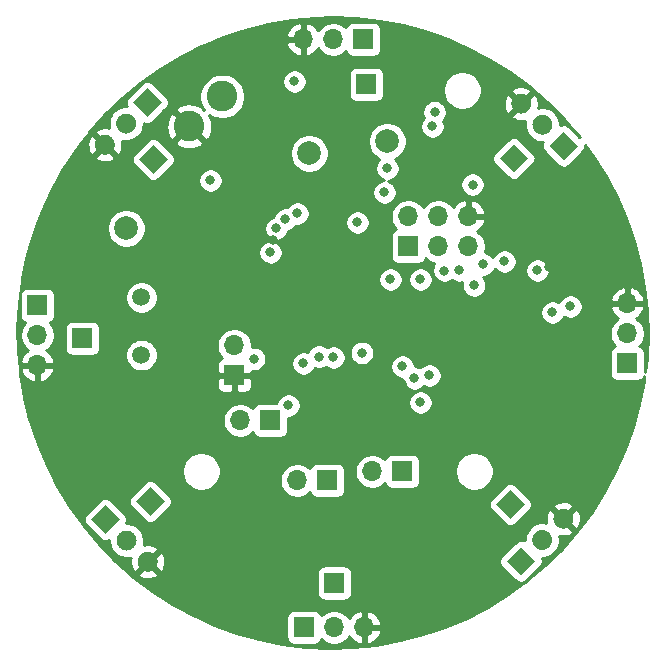
<source format=gbr>
%TF.GenerationSoftware,KiCad,Pcbnew,(5.1.6-0-10_14)*%
%TF.CreationDate,2021-08-24T22:52:38-05:00*%
%TF.ProjectId,led_lights,6c65645f-6c69-4676-9874-732e6b696361,rev?*%
%TF.SameCoordinates,Original*%
%TF.FileFunction,Copper,L2,Inr*%
%TF.FilePolarity,Positive*%
%FSLAX46Y46*%
G04 Gerber Fmt 4.6, Leading zero omitted, Abs format (unit mm)*
G04 Created by KiCad (PCBNEW (5.1.6-0-10_14)) date 2021-08-24 22:52:38*
%MOMM*%
%LPD*%
G01*
G04 APERTURE LIST*
%TA.AperFunction,ViaPad*%
%ADD10C,0.100000*%
%TD*%
%TA.AperFunction,ViaPad*%
%ADD11R,1.700000X1.700000*%
%TD*%
%TA.AperFunction,ViaPad*%
%ADD12O,1.700000X1.700000*%
%TD*%
%TA.AperFunction,ViaPad*%
%ADD13C,1.500000*%
%TD*%
%TA.AperFunction,ViaPad*%
%ADD14C,2.600000*%
%TD*%
%TA.AperFunction,ViaPad*%
%ADD15C,2.000000*%
%TD*%
%TA.AperFunction,ViaPad*%
%ADD16C,0.800000*%
%TD*%
%TA.AperFunction,Conductor*%
%ADD17C,0.254000*%
%TD*%
G04 APERTURE END LIST*
%TO.N,GND*%
%TO.C,J12*%
%TA.AperFunction,ViaPad*%
G36*
G01*
X210564990Y130547092D02*
X210564990Y130547092D01*
G75*
G02*
X210564990Y129345010I-601041J-601041D01*
G01*
X210564990Y129345010D01*
G75*
G02*
X209362908Y129345010I-601041J601041D01*
G01*
X209362908Y129345010D01*
G75*
G02*
X209362908Y130547092I601041J601041D01*
G01*
X209362908Y130547092D01*
G75*
G02*
X210564990Y130547092I601041J-601041D01*
G01*
G37*
%TD.AperFunction*%
%TO.N,Net-(J12-Pad2)*%
%TA.AperFunction,ViaPad*%
G36*
G01*
X212361041Y128751041D02*
X212361041Y128751041D01*
G75*
G02*
X212361041Y127548959I-601041J-601041D01*
G01*
X212361041Y127548959D01*
G75*
G02*
X211158959Y127548959I-601041J601041D01*
G01*
X211158959Y127548959D01*
G75*
G02*
X211158959Y128751041I601041J601041D01*
G01*
X211158959Y128751041D01*
G75*
G02*
X212361041Y128751041I601041J-601041D01*
G01*
G37*
%TD.AperFunction*%
%TA.AperFunction,ViaPad*%
D10*
%TO.N,/SYS_5V*%
G36*
X213556051Y127556031D02*
G01*
X214758133Y126353949D01*
X213556051Y125151867D01*
X212353969Y126353949D01*
X213556051Y127556031D01*
G37*
%TD.AperFunction*%
%TD*%
D11*
%TO.N,/SYS_5V*%
%TO.C,J11*%
X196596000Y135382000D03*
D12*
%TO.N,Net-(J11-Pad2)*%
X194056000Y135382000D03*
%TO.N,GND*%
X191516000Y135382000D03*
%TD*%
%TA.AperFunction,ViaPad*%
D10*
%TO.N,/SYS_5V*%
%TO.C,J10*%
G36*
X177105918Y130048000D02*
G01*
X178308000Y131250082D01*
X179510082Y130048000D01*
X178308000Y128845918D01*
X177105918Y130048000D01*
G37*
%TD.AperFunction*%
%TO.N,Net-(J10-Pad2)*%
%TA.AperFunction,ViaPad*%
G36*
G01*
X175910908Y128852990D02*
X175910908Y128852990D01*
G75*
G02*
X177112990Y128852990I601041J-601041D01*
G01*
X177112990Y128852990D01*
G75*
G02*
X177112990Y127650908I-601041J-601041D01*
G01*
X177112990Y127650908D01*
G75*
G02*
X175910908Y127650908I-601041J601041D01*
G01*
X175910908Y127650908D01*
G75*
G02*
X175910908Y128852990I601041J601041D01*
G01*
G37*
%TD.AperFunction*%
%TO.N,GND*%
%TA.AperFunction,ViaPad*%
G36*
G01*
X174114857Y127056939D02*
X174114857Y127056939D01*
G75*
G02*
X175316939Y127056939I601041J-601041D01*
G01*
X175316939Y127056939D01*
G75*
G02*
X175316939Y125854857I-601041J-601041D01*
G01*
X175316939Y125854857D01*
G75*
G02*
X174114857Y125854857I-601041J601041D01*
G01*
X174114857Y125854857D01*
G75*
G02*
X174114857Y127056939I601041J601041D01*
G01*
G37*
%TD.AperFunction*%
%TD*%
D12*
%TO.N,GND*%
%TO.C,J7*%
X169006000Y107790000D03*
%TO.N,Net-(J18-Pad1)*%
X169006000Y110330000D03*
D11*
%TO.N,/SYS_5V*%
X169006000Y112870000D03*
%TD*%
%TO.N,GND*%
%TO.C,J4*%
%TA.AperFunction,ViaPad*%
G36*
G01*
X177743061Y90548857D02*
X177743061Y90548857D01*
G75*
G02*
X177743061Y91750939I601041J601041D01*
G01*
X177743061Y91750939D01*
G75*
G02*
X178945143Y91750939I601041J-601041D01*
G01*
X178945143Y91750939D01*
G75*
G02*
X178945143Y90548857I-601041J-601041D01*
G01*
X178945143Y90548857D01*
G75*
G02*
X177743061Y90548857I-601041J601041D01*
G01*
G37*
%TD.AperFunction*%
%TO.N,Net-(J15-Pad1)*%
%TA.AperFunction,ViaPad*%
G36*
G01*
X175947010Y92344908D02*
X175947010Y92344908D01*
G75*
G02*
X175947010Y93546990I601041J601041D01*
G01*
X175947010Y93546990D01*
G75*
G02*
X177149092Y93546990I601041J-601041D01*
G01*
X177149092Y93546990D01*
G75*
G02*
X177149092Y92344908I-601041J-601041D01*
G01*
X177149092Y92344908D01*
G75*
G02*
X175947010Y92344908I-601041J601041D01*
G01*
G37*
%TD.AperFunction*%
%TA.AperFunction,ViaPad*%
D10*
%TO.N,/SYS_5V*%
G36*
X174752000Y93539918D02*
G01*
X173549918Y94742000D01*
X174752000Y95944082D01*
X175954082Y94742000D01*
X174752000Y93539918D01*
G37*
%TD.AperFunction*%
%TD*%
%TO.N,GND*%
%TO.C,J1*%
%TA.AperFunction,ViaPad*%
G36*
G01*
X214133143Y94191061D02*
X214133143Y94191061D01*
G75*
G02*
X212931061Y94191061I-601041J601041D01*
G01*
X212931061Y94191061D01*
G75*
G02*
X212931061Y95393143I601041J601041D01*
G01*
X212931061Y95393143D01*
G75*
G02*
X214133143Y95393143I601041J-601041D01*
G01*
X214133143Y95393143D01*
G75*
G02*
X214133143Y94191061I-601041J-601041D01*
G01*
G37*
%TD.AperFunction*%
%TO.N,Net-(J1-Pad2)*%
%TA.AperFunction,ViaPad*%
G36*
G01*
X212337092Y92395010D02*
X212337092Y92395010D01*
G75*
G02*
X211135010Y92395010I-601041J601041D01*
G01*
X211135010Y92395010D01*
G75*
G02*
X211135010Y93597092I601041J601041D01*
G01*
X211135010Y93597092D01*
G75*
G02*
X212337092Y93597092I601041J-601041D01*
G01*
X212337092Y93597092D01*
G75*
G02*
X212337092Y92395010I-601041J-601041D01*
G01*
G37*
%TD.AperFunction*%
%TA.AperFunction,ViaPad*%
%TO.N,/SYS_5V*%
G36*
X211142082Y91200000D02*
G01*
X209940000Y89997918D01*
X208737918Y91200000D01*
X209940000Y92402082D01*
X211142082Y91200000D01*
G37*
%TD.AperFunction*%
%TD*%
D11*
%TO.N,/SYS_5V*%
%TO.C,J3*%
X191580000Y85598000D03*
D12*
%TO.N,Net-(J14-Pad1)*%
X194120000Y85598000D03*
%TO.N,GND*%
X196660000Y85598000D03*
%TD*%
%TO.N,GND*%
%TO.C,J8*%
X218948000Y113030000D03*
%TO.N,/LED_STRIP_OUT_0*%
X218948000Y110490000D03*
D11*
%TO.N,/SYS_5V*%
X218948000Y107950000D03*
%TD*%
D12*
%TO.N,/SYS_5V*%
%TO.C,J5*%
X191008000Y98044000D03*
D11*
%TO.N,Net-(J5-Pad1)*%
X193548000Y98044000D03*
%TD*%
%TO.N,Net-(J6-Pad1)*%
%TO.C,J6*%
X199898000Y98806000D03*
D12*
%TO.N,/SYS_5V*%
X197358000Y98806000D03*
%TD*%
D11*
%TO.N,GND*%
%TO.C,J23*%
X185674000Y106934000D03*
D12*
%TO.N,/NRST*%
X185674000Y109474000D03*
%TD*%
%TO.N,VCC*%
%TO.C,J24*%
X186182000Y103124000D03*
D11*
%TO.N,Net-(J24-Pad1)*%
X188722000Y103124000D03*
%TD*%
D13*
%TO.N,/XTAL1_HI*%
%TO.C,Y2*%
X177800000Y113538000D03*
%TO.N,/XTAL2_HI*%
X177800000Y108658000D03*
%TD*%
%TA.AperFunction,ViaPad*%
D10*
%TO.N,Net-(J1-Pad2)*%
%TO.C,J13*%
G36*
X209042000Y97214082D02*
G01*
X210244082Y96012000D01*
X209042000Y94809918D01*
X207839918Y96012000D01*
X209042000Y97214082D01*
G37*
%TD.AperFunction*%
%TD*%
D11*
%TO.N,Net-(J14-Pad1)*%
%TO.C,J14*%
X194150000Y89356000D03*
%TD*%
%TA.AperFunction,ViaPad*%
D10*
%TO.N,Net-(J15-Pad1)*%
%TO.C,J15*%
G36*
X179764082Y96266000D02*
G01*
X178562000Y95063918D01*
X177359918Y96266000D01*
X178562000Y97468082D01*
X179764082Y96266000D01*
G37*
%TD.AperFunction*%
%TD*%
%TA.AperFunction,ViaPad*%
%TO.N,Net-(J10-Pad2)*%
%TO.C,J16*%
G36*
X177613918Y125222000D02*
G01*
X178816000Y126424082D01*
X180018082Y125222000D01*
X178816000Y124019918D01*
X177613918Y125222000D01*
G37*
%TD.AperFunction*%
%TD*%
%TA.AperFunction,ViaPad*%
%TO.N,Net-(J12-Pad2)*%
%TO.C,J17*%
G36*
X209340000Y126512082D02*
G01*
X210542082Y125310000D01*
X209340000Y124107918D01*
X208137918Y125310000D01*
X209340000Y126512082D01*
G37*
%TD.AperFunction*%
%TD*%
D11*
%TO.N,Net-(J18-Pad1)*%
%TO.C,J18*%
X172816000Y110076000D03*
%TD*%
%TO.N,Net-(J11-Pad2)*%
%TO.C,J19*%
X196850000Y131572000D03*
%TD*%
D14*
%TO.N,/VIN*%
%TO.C,J2*%
X184658000Y130556000D03*
%TD*%
%TO.N,GND*%
%TO.C,J9*%
X181864000Y128016000D03*
%TD*%
D11*
%TO.N,/SYS_5V*%
%TO.C,J21*%
X200406000Y117856000D03*
D12*
%TO.N,VCC*%
X200406000Y120396000D03*
%TO.N,/ST_SWDIO*%
X202946000Y117856000D03*
%TO.N,/ST_SWCLK*%
X202946000Y120396000D03*
%TO.N,/NRST*%
X205486000Y117856000D03*
%TO.N,GND*%
X205486000Y120396000D03*
%TD*%
D15*
%TO.N,GND*%
X202184000Y133604000D03*
D16*
X183388000Y116078000D03*
X188468000Y116078000D03*
D15*
X195326000Y129286000D03*
D16*
X181610000Y115316000D03*
X181610000Y107188000D03*
X191576990Y113344990D03*
X191250000Y109994000D03*
X199898000Y106172000D03*
X192532000Y100838000D03*
X195453000Y101473000D03*
X203200000Y126746000D03*
X210797000Y117833000D03*
X212344000Y116078000D03*
X211582000Y108458000D03*
X188976000Y118364000D03*
X197104000Y104902000D03*
D15*
%TO.N,/SYS_5V*%
X176530000Y119380000D03*
D16*
X211328000Y115824000D03*
X214122000Y112776000D03*
D15*
%TO.N,VCC*%
X192024000Y125730000D03*
X198628000Y126746000D03*
D16*
X191008000Y120650000D03*
X187325000Y108331000D03*
X205983000Y114554000D03*
X202438000Y128016000D03*
X201422000Y104648000D03*
X188722000Y117348000D03*
X208534000Y116586000D03*
X203454000Y115806000D03*
X192843002Y108515002D03*
%TO.N,/LED_STRIP_OUT_0*%
X212598000Y112268000D03*
%TO.N,/NRST*%
X201422000Y115062000D03*
X198882000Y115062000D03*
%TO.N,/LED_STRIP_OUT_6*%
X190754000Y131826000D03*
X202629205Y129223205D03*
%TO.N,/LED_STRIP_OUT_5*%
X205849718Y123080282D03*
X183642000Y123444000D03*
%TO.N,/ST_SCL*%
X198374000Y122428000D03*
X198628000Y124460000D03*
%TO.N,/ST_LED_OUT_2*%
X206756000Y116332000D03*
X189992000Y120142000D03*
%TO.N,/ST_LED_OUT_3*%
X204724000Y115824000D03*
X189230000Y119380000D03*
%TO.N,/ST_LED_OUT_4*%
X190246000Y104394000D03*
X191516000Y107950000D03*
X196469000Y108839000D03*
X199898000Y107696000D03*
%TO.N,/ST_LED_OUT_6*%
X196088000Y119888000D03*
X200914000Y106680000D03*
%TO.N,/LVL_SHIFTER_EN*%
X194056000Y108458000D03*
X202184000Y106934000D03*
%TD*%
D17*
%TO.N,GND*%
G36*
X195960939Y137165898D02*
G01*
X197950234Y136942479D01*
X199917183Y136570532D01*
X201850709Y136052153D01*
X203739928Y135390258D01*
X205574189Y134588580D01*
X207343191Y133651623D01*
X209036955Y132584669D01*
X210645952Y131393723D01*
X212161128Y130085484D01*
X213573948Y128667322D01*
X214876452Y127147231D01*
X214901969Y127112483D01*
X214007236Y128007216D01*
X213910545Y128086568D01*
X213800231Y128145533D01*
X213680533Y128181843D01*
X213556051Y128194103D01*
X213431569Y128181843D01*
X213311871Y128145533D01*
X213245000Y128109789D01*
X213245000Y128296260D01*
X213187932Y128583158D01*
X213075990Y128853411D01*
X212913475Y129096632D01*
X212706632Y129303475D01*
X212463411Y129465990D01*
X212193158Y129577932D01*
X211906260Y129635000D01*
X211613740Y129635000D01*
X211398861Y129592258D01*
X211432280Y129724145D01*
X211447358Y130014866D01*
X211405429Y130302943D01*
X211308105Y130577304D01*
X211235586Y130712969D01*
X210987242Y130789739D01*
X210143554Y129946051D01*
X210157697Y129931909D01*
X209978092Y129752304D01*
X209963949Y129766446D01*
X209120261Y128922758D01*
X209197031Y128674414D01*
X209332696Y128601895D01*
X209607057Y128504571D01*
X209895134Y128462642D01*
X210185855Y128477720D01*
X210317742Y128511139D01*
X210275000Y128296260D01*
X210275000Y128003740D01*
X210332068Y127716842D01*
X210444010Y127446589D01*
X210606525Y127203368D01*
X210813368Y126996525D01*
X211056589Y126834010D01*
X211326842Y126722068D01*
X211613740Y126665000D01*
X211800211Y126665000D01*
X211764467Y126598129D01*
X211728157Y126478431D01*
X211715897Y126353949D01*
X211728157Y126229467D01*
X211764467Y126109769D01*
X211823432Y125999455D01*
X211902784Y125902764D01*
X213104866Y124700682D01*
X213201557Y124621330D01*
X213311871Y124562365D01*
X213431569Y124526055D01*
X213556051Y124513795D01*
X213680533Y124526055D01*
X213800231Y124562365D01*
X213910545Y124621330D01*
X214007236Y124700682D01*
X215209318Y125902764D01*
X215288670Y125999455D01*
X215347635Y126109769D01*
X215383945Y126229467D01*
X215396205Y126353949D01*
X215386478Y126452709D01*
X216061321Y125533751D01*
X217121881Y123835966D01*
X218052155Y122063446D01*
X218846906Y120226175D01*
X219501670Y118334465D01*
X220012748Y116399007D01*
X220377269Y114430677D01*
X220593183Y112440531D01*
X220659271Y110439824D01*
X220575161Y108439788D01*
X220436072Y107257215D01*
X220436072Y108800000D01*
X220423812Y108924482D01*
X220387502Y109044180D01*
X220328537Y109154494D01*
X220249185Y109251185D01*
X220152494Y109330537D01*
X220042180Y109389502D01*
X219969620Y109411513D01*
X220101475Y109543368D01*
X220263990Y109786589D01*
X220375932Y110056842D01*
X220433000Y110343740D01*
X220433000Y110636260D01*
X220375932Y110923158D01*
X220263990Y111193411D01*
X220101475Y111436632D01*
X219894632Y111643475D01*
X219712466Y111765195D01*
X219829355Y111834822D01*
X220045588Y112029731D01*
X220219641Y112263080D01*
X220344825Y112525901D01*
X220389476Y112673110D01*
X220268155Y112903000D01*
X219075000Y112903000D01*
X219075000Y112883000D01*
X218821000Y112883000D01*
X218821000Y112903000D01*
X217627845Y112903000D01*
X217506524Y112673110D01*
X217551175Y112525901D01*
X217676359Y112263080D01*
X217850412Y112029731D01*
X218066645Y111834822D01*
X218183534Y111765195D01*
X218001368Y111643475D01*
X217794525Y111436632D01*
X217632010Y111193411D01*
X217520068Y110923158D01*
X217463000Y110636260D01*
X217463000Y110343740D01*
X217520068Y110056842D01*
X217632010Y109786589D01*
X217794525Y109543368D01*
X217926380Y109411513D01*
X217853820Y109389502D01*
X217743506Y109330537D01*
X217646815Y109251185D01*
X217567463Y109154494D01*
X217508498Y109044180D01*
X217472188Y108924482D01*
X217459928Y108800000D01*
X217459928Y107100000D01*
X217472188Y106975518D01*
X217508498Y106855820D01*
X217567463Y106745506D01*
X217646815Y106648815D01*
X217743506Y106569463D01*
X217853820Y106510498D01*
X217973518Y106474188D01*
X218098000Y106461928D01*
X219798000Y106461928D01*
X219922482Y106474188D01*
X220042180Y106510498D01*
X220152494Y106569463D01*
X220249185Y106648815D01*
X220328537Y106745506D01*
X220387502Y106855820D01*
X220389723Y106863141D01*
X220341328Y106451676D01*
X219959088Y104486704D01*
X219430595Y102555931D01*
X218758817Y100670199D01*
X217947538Y98840144D01*
X217001340Y97076090D01*
X215925533Y95387936D01*
X214726172Y93785188D01*
X213410024Y92276891D01*
X211984476Y90871507D01*
X210457593Y89576986D01*
X208837921Y88400576D01*
X207134619Y87348926D01*
X205357257Y86427947D01*
X203515829Y85642819D01*
X201620734Y84997975D01*
X199682621Y84497037D01*
X197712389Y84142823D01*
X195721170Y83937336D01*
X193720137Y83881724D01*
X191720558Y83976304D01*
X189733706Y84220544D01*
X187770765Y84613067D01*
X185842781Y85151663D01*
X183960598Y85833304D01*
X182593353Y86448000D01*
X190091928Y86448000D01*
X190091928Y84748000D01*
X190104188Y84623518D01*
X190140498Y84503820D01*
X190199463Y84393506D01*
X190278815Y84296815D01*
X190375506Y84217463D01*
X190485820Y84158498D01*
X190605518Y84122188D01*
X190730000Y84109928D01*
X192430000Y84109928D01*
X192554482Y84122188D01*
X192674180Y84158498D01*
X192784494Y84217463D01*
X192881185Y84296815D01*
X192960537Y84393506D01*
X193019502Y84503820D01*
X193041513Y84576380D01*
X193173368Y84444525D01*
X193416589Y84282010D01*
X193686842Y84170068D01*
X193973740Y84113000D01*
X194266260Y84113000D01*
X194553158Y84170068D01*
X194823411Y84282010D01*
X195066632Y84444525D01*
X195273475Y84651368D01*
X195395195Y84833534D01*
X195464822Y84716645D01*
X195659731Y84500412D01*
X195893080Y84326359D01*
X196155901Y84201175D01*
X196303110Y84156524D01*
X196533000Y84277845D01*
X196533000Y85471000D01*
X196787000Y85471000D01*
X196787000Y84277845D01*
X197016890Y84156524D01*
X197164099Y84201175D01*
X197426920Y84326359D01*
X197660269Y84500412D01*
X197855178Y84716645D01*
X198004157Y84966748D01*
X198101481Y85241109D01*
X197980814Y85471000D01*
X196787000Y85471000D01*
X196533000Y85471000D01*
X196513000Y85471000D01*
X196513000Y85725000D01*
X196533000Y85725000D01*
X196533000Y86918155D01*
X196787000Y86918155D01*
X196787000Y85725000D01*
X197980814Y85725000D01*
X198101481Y85954891D01*
X198004157Y86229252D01*
X197855178Y86479355D01*
X197660269Y86695588D01*
X197426920Y86869641D01*
X197164099Y86994825D01*
X197016890Y87039476D01*
X196787000Y86918155D01*
X196533000Y86918155D01*
X196303110Y87039476D01*
X196155901Y86994825D01*
X195893080Y86869641D01*
X195659731Y86695588D01*
X195464822Y86479355D01*
X195395195Y86362466D01*
X195273475Y86544632D01*
X195066632Y86751475D01*
X194823411Y86913990D01*
X194553158Y87025932D01*
X194266260Y87083000D01*
X193973740Y87083000D01*
X193686842Y87025932D01*
X193416589Y86913990D01*
X193173368Y86751475D01*
X193041513Y86619620D01*
X193019502Y86692180D01*
X192960537Y86802494D01*
X192881185Y86899185D01*
X192784494Y86978537D01*
X192674180Y87037502D01*
X192554482Y87073812D01*
X192430000Y87086072D01*
X190730000Y87086072D01*
X190605518Y87073812D01*
X190485820Y87037502D01*
X190375506Y86978537D01*
X190278815Y86899185D01*
X190199463Y86802494D01*
X190140498Y86692180D01*
X190104188Y86572482D01*
X190091928Y86448000D01*
X182593353Y86448000D01*
X182134821Y86654150D01*
X180375727Y87609582D01*
X178693232Y88694213D01*
X177096792Y89901945D01*
X176842038Y90126605D01*
X177500414Y90126605D01*
X177577184Y89878261D01*
X177712849Y89805742D01*
X177987210Y89708418D01*
X178275287Y89666489D01*
X178566008Y89681567D01*
X178848202Y89753073D01*
X179111023Y89878257D01*
X179188256Y90126139D01*
X179108395Y90206000D01*
X192661928Y90206000D01*
X192661928Y88506000D01*
X192674188Y88381518D01*
X192710498Y88261820D01*
X192769463Y88151506D01*
X192848815Y88054815D01*
X192945506Y87975463D01*
X193055820Y87916498D01*
X193175518Y87880188D01*
X193300000Y87867928D01*
X195000000Y87867928D01*
X195124482Y87880188D01*
X195244180Y87916498D01*
X195354494Y87975463D01*
X195451185Y88054815D01*
X195530537Y88151506D01*
X195589502Y88261820D01*
X195625812Y88381518D01*
X195638072Y88506000D01*
X195638072Y90206000D01*
X195625812Y90330482D01*
X195589502Y90450180D01*
X195530537Y90560494D01*
X195451185Y90657185D01*
X195354494Y90736537D01*
X195244180Y90795502D01*
X195124482Y90831812D01*
X195000000Y90844072D01*
X193300000Y90844072D01*
X193175518Y90831812D01*
X193055820Y90795502D01*
X192945506Y90736537D01*
X192848815Y90657185D01*
X192769463Y90560494D01*
X192710498Y90450180D01*
X192674188Y90330482D01*
X192661928Y90206000D01*
X179108395Y90206000D01*
X178344102Y90970293D01*
X177500414Y90126605D01*
X176842038Y90126605D01*
X175595396Y91225981D01*
X174197514Y92658849D01*
X172910993Y94192505D01*
X172516259Y94742000D01*
X172911846Y94742000D01*
X172924106Y94617518D01*
X172960416Y94497820D01*
X173019381Y94387506D01*
X173098733Y94290815D01*
X174300815Y93088733D01*
X174397506Y93009381D01*
X174507820Y92950416D01*
X174627518Y92914106D01*
X174752000Y92901846D01*
X174876482Y92914106D01*
X174996180Y92950416D01*
X175063051Y92986160D01*
X175063051Y92799689D01*
X175120119Y92512791D01*
X175232061Y92242538D01*
X175394576Y91999317D01*
X175601419Y91792474D01*
X175844640Y91629959D01*
X176114893Y91518017D01*
X176401791Y91460949D01*
X176694311Y91460949D01*
X176909190Y91503691D01*
X176875771Y91371804D01*
X176860693Y91081083D01*
X176902622Y90793006D01*
X176999946Y90518645D01*
X177072465Y90382980D01*
X177320809Y90306210D01*
X178164497Y91149898D01*
X178523707Y91149898D01*
X179367861Y90305744D01*
X179615743Y90382977D01*
X179740927Y90645798D01*
X179812433Y90927992D01*
X179826540Y91200000D01*
X208099846Y91200000D01*
X208112106Y91075518D01*
X208148416Y90955820D01*
X208207381Y90845506D01*
X208286733Y90748815D01*
X209488815Y89546733D01*
X209585506Y89467381D01*
X209695820Y89408416D01*
X209815518Y89372106D01*
X209940000Y89359846D01*
X210064482Y89372106D01*
X210184180Y89408416D01*
X210294494Y89467381D01*
X210391185Y89546733D01*
X211593267Y90748815D01*
X211672619Y90845506D01*
X211731584Y90955820D01*
X211767894Y91075518D01*
X211780154Y91200000D01*
X211767894Y91324482D01*
X211731584Y91444180D01*
X211695840Y91511051D01*
X211882311Y91511051D01*
X212169209Y91568119D01*
X212439462Y91680061D01*
X212682683Y91842576D01*
X212889526Y92049419D01*
X213052041Y92292640D01*
X213163983Y92562893D01*
X213221051Y92849791D01*
X213221051Y93142311D01*
X213178309Y93357190D01*
X213310196Y93323771D01*
X213600917Y93308693D01*
X213888994Y93350622D01*
X214163355Y93447946D01*
X214299020Y93520465D01*
X214375790Y93768809D01*
X213532102Y94612497D01*
X213517960Y94598355D01*
X213338355Y94777960D01*
X213352497Y94792102D01*
X213711707Y94792102D01*
X214555395Y93948414D01*
X214803739Y94025184D01*
X214876258Y94160849D01*
X214973582Y94435210D01*
X215015511Y94723287D01*
X215000433Y95014008D01*
X214928927Y95296202D01*
X214803743Y95559023D01*
X214555861Y95636256D01*
X213711707Y94792102D01*
X213352497Y94792102D01*
X212508809Y95635790D01*
X212260465Y95559020D01*
X212187946Y95423355D01*
X212090622Y95148994D01*
X212048693Y94860917D01*
X212063771Y94570196D01*
X212097190Y94438309D01*
X211882311Y94481051D01*
X211589791Y94481051D01*
X211302893Y94423983D01*
X211032640Y94312041D01*
X210789419Y94149526D01*
X210582576Y93942683D01*
X210420061Y93699462D01*
X210308119Y93429209D01*
X210251051Y93142311D01*
X210251051Y92955840D01*
X210184180Y92991584D01*
X210064482Y93027894D01*
X209940000Y93040154D01*
X209815518Y93027894D01*
X209695820Y92991584D01*
X209585506Y92932619D01*
X209488815Y92853267D01*
X208286733Y91651185D01*
X208207381Y91554494D01*
X208148416Y91444180D01*
X208112106Y91324482D01*
X208099846Y91200000D01*
X179826540Y91200000D01*
X179827511Y91218713D01*
X179785582Y91506790D01*
X179688258Y91781151D01*
X179615739Y91916816D01*
X179367395Y91993586D01*
X178523707Y91149898D01*
X178164497Y91149898D01*
X178150355Y91164041D01*
X178329960Y91343646D01*
X178344102Y91329503D01*
X179187790Y92173191D01*
X179111020Y92421535D01*
X178975355Y92494054D01*
X178700994Y92591378D01*
X178412917Y92633307D01*
X178122196Y92618229D01*
X177990309Y92584810D01*
X178033051Y92799689D01*
X178033051Y93092209D01*
X177975983Y93379107D01*
X177864041Y93649360D01*
X177701526Y93892581D01*
X177494683Y94099424D01*
X177251462Y94261939D01*
X176981209Y94373881D01*
X176694311Y94430949D01*
X176507840Y94430949D01*
X176543584Y94497820D01*
X176579894Y94617518D01*
X176592154Y94742000D01*
X176579894Y94866482D01*
X176543584Y94986180D01*
X176484619Y95096494D01*
X176405267Y95193185D01*
X175332452Y96266000D01*
X176721846Y96266000D01*
X176734106Y96141518D01*
X176770416Y96021820D01*
X176829381Y95911506D01*
X176908733Y95814815D01*
X178110815Y94612733D01*
X178207506Y94533381D01*
X178317820Y94474416D01*
X178437518Y94438106D01*
X178562000Y94425846D01*
X178686482Y94438106D01*
X178806180Y94474416D01*
X178916494Y94533381D01*
X179013185Y94612733D01*
X180215267Y95814815D01*
X180294619Y95911506D01*
X180348335Y96012000D01*
X207201846Y96012000D01*
X207214106Y95887518D01*
X207250416Y95767820D01*
X207309381Y95657506D01*
X207388733Y95560815D01*
X208590815Y94358733D01*
X208687506Y94279381D01*
X208797820Y94220416D01*
X208917518Y94184106D01*
X209042000Y94171846D01*
X209166482Y94184106D01*
X209286180Y94220416D01*
X209396494Y94279381D01*
X209493185Y94358733D01*
X210695267Y95560815D01*
X210774619Y95657506D01*
X210833584Y95767820D01*
X210848015Y95815395D01*
X212688414Y95815395D01*
X213532102Y94971707D01*
X214376256Y95815861D01*
X214299023Y96063743D01*
X214036202Y96188927D01*
X213754008Y96260433D01*
X213463287Y96275511D01*
X213175210Y96233582D01*
X212900849Y96136258D01*
X212765184Y96063739D01*
X212688414Y95815395D01*
X210848015Y95815395D01*
X210869894Y95887518D01*
X210882154Y96012000D01*
X210869894Y96136482D01*
X210833584Y96256180D01*
X210774619Y96366494D01*
X210695267Y96463185D01*
X209493185Y97665267D01*
X209396494Y97744619D01*
X209286180Y97803584D01*
X209166482Y97839894D01*
X209042000Y97852154D01*
X208917518Y97839894D01*
X208797820Y97803584D01*
X208687506Y97744619D01*
X208590815Y97665267D01*
X207388733Y96463185D01*
X207309381Y96366494D01*
X207250416Y96256180D01*
X207214106Y96136482D01*
X207201846Y96012000D01*
X180348335Y96012000D01*
X180353584Y96021820D01*
X180389894Y96141518D01*
X180402154Y96266000D01*
X180389894Y96390482D01*
X180353584Y96510180D01*
X180294619Y96620494D01*
X180215267Y96717185D01*
X179013185Y97919267D01*
X178916494Y97998619D01*
X178806180Y98057584D01*
X178686482Y98093894D01*
X178562000Y98106154D01*
X178437518Y98093894D01*
X178317820Y98057584D01*
X178207506Y97998619D01*
X178110815Y97919267D01*
X176908733Y96717185D01*
X176829381Y96620494D01*
X176770416Y96510180D01*
X176734106Y96390482D01*
X176721846Y96266000D01*
X175332452Y96266000D01*
X175203185Y96395267D01*
X175106494Y96474619D01*
X174996180Y96533584D01*
X174876482Y96569894D01*
X174752000Y96582154D01*
X174627518Y96569894D01*
X174507820Y96533584D01*
X174397506Y96474619D01*
X174300815Y96395267D01*
X173098733Y95193185D01*
X173019381Y95096494D01*
X172960416Y94986180D01*
X172924106Y94866482D01*
X172911846Y94742000D01*
X172516259Y94742000D01*
X171743086Y95818305D01*
X170700368Y97527094D01*
X169963771Y98967033D01*
X181245000Y98967033D01*
X181245000Y98644967D01*
X181307832Y98329088D01*
X181431082Y98031537D01*
X181610013Y97763748D01*
X181837748Y97536013D01*
X182105537Y97357082D01*
X182403088Y97233832D01*
X182718967Y97171000D01*
X183041033Y97171000D01*
X183356912Y97233832D01*
X183654463Y97357082D01*
X183922252Y97536013D01*
X184149987Y97763748D01*
X184328918Y98031537D01*
X184394663Y98190260D01*
X189523000Y98190260D01*
X189523000Y97897740D01*
X189580068Y97610842D01*
X189692010Y97340589D01*
X189854525Y97097368D01*
X190061368Y96890525D01*
X190304589Y96728010D01*
X190574842Y96616068D01*
X190861740Y96559000D01*
X191154260Y96559000D01*
X191441158Y96616068D01*
X191711411Y96728010D01*
X191954632Y96890525D01*
X192086487Y97022380D01*
X192108498Y96949820D01*
X192167463Y96839506D01*
X192246815Y96742815D01*
X192343506Y96663463D01*
X192453820Y96604498D01*
X192573518Y96568188D01*
X192698000Y96555928D01*
X194398000Y96555928D01*
X194522482Y96568188D01*
X194642180Y96604498D01*
X194752494Y96663463D01*
X194849185Y96742815D01*
X194928537Y96839506D01*
X194987502Y96949820D01*
X195023812Y97069518D01*
X195036072Y97194000D01*
X195036072Y98894000D01*
X195030335Y98952260D01*
X195873000Y98952260D01*
X195873000Y98659740D01*
X195930068Y98372842D01*
X196042010Y98102589D01*
X196204525Y97859368D01*
X196411368Y97652525D01*
X196654589Y97490010D01*
X196924842Y97378068D01*
X197211740Y97321000D01*
X197504260Y97321000D01*
X197791158Y97378068D01*
X198061411Y97490010D01*
X198304632Y97652525D01*
X198436487Y97784380D01*
X198458498Y97711820D01*
X198517463Y97601506D01*
X198596815Y97504815D01*
X198693506Y97425463D01*
X198803820Y97366498D01*
X198923518Y97330188D01*
X199048000Y97317928D01*
X200748000Y97317928D01*
X200872482Y97330188D01*
X200992180Y97366498D01*
X201102494Y97425463D01*
X201199185Y97504815D01*
X201278537Y97601506D01*
X201337502Y97711820D01*
X201373812Y97831518D01*
X201386072Y97956000D01*
X201386072Y98967033D01*
X204359000Y98967033D01*
X204359000Y98644967D01*
X204421832Y98329088D01*
X204545082Y98031537D01*
X204724013Y97763748D01*
X204951748Y97536013D01*
X205219537Y97357082D01*
X205517088Y97233832D01*
X205832967Y97171000D01*
X206155033Y97171000D01*
X206470912Y97233832D01*
X206768463Y97357082D01*
X207036252Y97536013D01*
X207263987Y97763748D01*
X207442918Y98031537D01*
X207566168Y98329088D01*
X207629000Y98644967D01*
X207629000Y98967033D01*
X207566168Y99282912D01*
X207442918Y99580463D01*
X207263987Y99848252D01*
X207036252Y100075987D01*
X206768463Y100254918D01*
X206470912Y100378168D01*
X206155033Y100441000D01*
X205832967Y100441000D01*
X205517088Y100378168D01*
X205219537Y100254918D01*
X204951748Y100075987D01*
X204724013Y99848252D01*
X204545082Y99580463D01*
X204421832Y99282912D01*
X204359000Y98967033D01*
X201386072Y98967033D01*
X201386072Y99656000D01*
X201373812Y99780482D01*
X201337502Y99900180D01*
X201278537Y100010494D01*
X201199185Y100107185D01*
X201102494Y100186537D01*
X200992180Y100245502D01*
X200872482Y100281812D01*
X200748000Y100294072D01*
X199048000Y100294072D01*
X198923518Y100281812D01*
X198803820Y100245502D01*
X198693506Y100186537D01*
X198596815Y100107185D01*
X198517463Y100010494D01*
X198458498Y99900180D01*
X198436487Y99827620D01*
X198304632Y99959475D01*
X198061411Y100121990D01*
X197791158Y100233932D01*
X197504260Y100291000D01*
X197211740Y100291000D01*
X196924842Y100233932D01*
X196654589Y100121990D01*
X196411368Y99959475D01*
X196204525Y99752632D01*
X196042010Y99509411D01*
X195930068Y99239158D01*
X195873000Y98952260D01*
X195030335Y98952260D01*
X195023812Y99018482D01*
X194987502Y99138180D01*
X194928537Y99248494D01*
X194849185Y99345185D01*
X194752494Y99424537D01*
X194642180Y99483502D01*
X194522482Y99519812D01*
X194398000Y99532072D01*
X192698000Y99532072D01*
X192573518Y99519812D01*
X192453820Y99483502D01*
X192343506Y99424537D01*
X192246815Y99345185D01*
X192167463Y99248494D01*
X192108498Y99138180D01*
X192086487Y99065620D01*
X191954632Y99197475D01*
X191711411Y99359990D01*
X191441158Y99471932D01*
X191154260Y99529000D01*
X190861740Y99529000D01*
X190574842Y99471932D01*
X190304589Y99359990D01*
X190061368Y99197475D01*
X189854525Y98990632D01*
X189692010Y98747411D01*
X189580068Y98477158D01*
X189523000Y98190260D01*
X184394663Y98190260D01*
X184452168Y98329088D01*
X184515000Y98644967D01*
X184515000Y98967033D01*
X184452168Y99282912D01*
X184328918Y99580463D01*
X184149987Y99848252D01*
X183922252Y100075987D01*
X183654463Y100254918D01*
X183356912Y100378168D01*
X183041033Y100441000D01*
X182718967Y100441000D01*
X182403088Y100378168D01*
X182105537Y100254918D01*
X181837748Y100075987D01*
X181610013Y99848252D01*
X181431082Y99580463D01*
X181307832Y99282912D01*
X181245000Y98967033D01*
X169963771Y98967033D01*
X169788704Y99309261D01*
X169013234Y101154762D01*
X168378321Y103053206D01*
X168323431Y103270260D01*
X184697000Y103270260D01*
X184697000Y102977740D01*
X184754068Y102690842D01*
X184866010Y102420589D01*
X185028525Y102177368D01*
X185235368Y101970525D01*
X185478589Y101808010D01*
X185748842Y101696068D01*
X186035740Y101639000D01*
X186328260Y101639000D01*
X186615158Y101696068D01*
X186885411Y101808010D01*
X187128632Y101970525D01*
X187260487Y102102380D01*
X187282498Y102029820D01*
X187341463Y101919506D01*
X187420815Y101822815D01*
X187517506Y101743463D01*
X187627820Y101684498D01*
X187747518Y101648188D01*
X187872000Y101635928D01*
X189572000Y101635928D01*
X189696482Y101648188D01*
X189816180Y101684498D01*
X189926494Y101743463D01*
X190023185Y101822815D01*
X190102537Y101919506D01*
X190161502Y102029820D01*
X190197812Y102149518D01*
X190210072Y102274000D01*
X190210072Y103359000D01*
X190347939Y103359000D01*
X190547898Y103398774D01*
X190736256Y103476795D01*
X190905774Y103590063D01*
X191049937Y103734226D01*
X191163205Y103903744D01*
X191241226Y104092102D01*
X191281000Y104292061D01*
X191281000Y104495939D01*
X191241226Y104695898D01*
X191218842Y104749939D01*
X200387000Y104749939D01*
X200387000Y104546061D01*
X200426774Y104346102D01*
X200504795Y104157744D01*
X200618063Y103988226D01*
X200762226Y103844063D01*
X200931744Y103730795D01*
X201120102Y103652774D01*
X201320061Y103613000D01*
X201523939Y103613000D01*
X201723898Y103652774D01*
X201912256Y103730795D01*
X202081774Y103844063D01*
X202225937Y103988226D01*
X202339205Y104157744D01*
X202417226Y104346102D01*
X202457000Y104546061D01*
X202457000Y104749939D01*
X202417226Y104949898D01*
X202339205Y105138256D01*
X202225937Y105307774D01*
X202081774Y105451937D01*
X201912256Y105565205D01*
X201723898Y105643226D01*
X201523939Y105683000D01*
X201320061Y105683000D01*
X201120102Y105643226D01*
X200931744Y105565205D01*
X200762226Y105451937D01*
X200618063Y105307774D01*
X200504795Y105138256D01*
X200426774Y104949898D01*
X200387000Y104749939D01*
X191218842Y104749939D01*
X191163205Y104884256D01*
X191049937Y105053774D01*
X190905774Y105197937D01*
X190736256Y105311205D01*
X190547898Y105389226D01*
X190347939Y105429000D01*
X190144061Y105429000D01*
X189944102Y105389226D01*
X189755744Y105311205D01*
X189586226Y105197937D01*
X189442063Y105053774D01*
X189328795Y104884256D01*
X189250774Y104695898D01*
X189234100Y104612072D01*
X187872000Y104612072D01*
X187747518Y104599812D01*
X187627820Y104563502D01*
X187517506Y104504537D01*
X187420815Y104425185D01*
X187341463Y104328494D01*
X187282498Y104218180D01*
X187260487Y104145620D01*
X187128632Y104277475D01*
X186885411Y104439990D01*
X186615158Y104551932D01*
X186328260Y104609000D01*
X186035740Y104609000D01*
X185748842Y104551932D01*
X185478589Y104439990D01*
X185235368Y104277475D01*
X185028525Y104070632D01*
X184866010Y103827411D01*
X184754068Y103557158D01*
X184697000Y103270260D01*
X168323431Y103270260D01*
X167887535Y104993926D01*
X167697445Y106084000D01*
X184185928Y106084000D01*
X184198188Y105959518D01*
X184234498Y105839820D01*
X184293463Y105729506D01*
X184372815Y105632815D01*
X184469506Y105553463D01*
X184579820Y105494498D01*
X184699518Y105458188D01*
X184824000Y105445928D01*
X185388250Y105449000D01*
X185547000Y105607750D01*
X185547000Y106807000D01*
X185801000Y106807000D01*
X185801000Y105607750D01*
X185959750Y105449000D01*
X186524000Y105445928D01*
X186648482Y105458188D01*
X186768180Y105494498D01*
X186878494Y105553463D01*
X186975185Y105632815D01*
X187054537Y105729506D01*
X187113502Y105839820D01*
X187149812Y105959518D01*
X187162072Y106084000D01*
X187159000Y106648250D01*
X187000250Y106807000D01*
X185801000Y106807000D01*
X185547000Y106807000D01*
X184347750Y106807000D01*
X184189000Y106648250D01*
X184185928Y106084000D01*
X167697445Y106084000D01*
X167543644Y106965972D01*
X167497908Y107433110D01*
X167564524Y107433110D01*
X167609175Y107285901D01*
X167734359Y107023080D01*
X167908412Y106789731D01*
X168124645Y106594822D01*
X168374748Y106445843D01*
X168649109Y106348519D01*
X168879000Y106469186D01*
X168879000Y107663000D01*
X169133000Y107663000D01*
X169133000Y106469186D01*
X169362891Y106348519D01*
X169637252Y106445843D01*
X169887355Y106594822D01*
X170103588Y106789731D01*
X170277641Y107023080D01*
X170402825Y107285901D01*
X170447476Y107433110D01*
X170326155Y107663000D01*
X169133000Y107663000D01*
X168879000Y107663000D01*
X167685845Y107663000D01*
X167564524Y107433110D01*
X167497908Y107433110D01*
X167348583Y108958253D01*
X167303451Y110959542D01*
X167408500Y112958611D01*
X167506145Y113720000D01*
X167517928Y113720000D01*
X167517928Y112020000D01*
X167530188Y111895518D01*
X167566498Y111775820D01*
X167625463Y111665506D01*
X167704815Y111568815D01*
X167801506Y111489463D01*
X167911820Y111430498D01*
X167984380Y111408487D01*
X167852525Y111276632D01*
X167690010Y111033411D01*
X167578068Y110763158D01*
X167521000Y110476260D01*
X167521000Y110183740D01*
X167578068Y109896842D01*
X167690010Y109626589D01*
X167852525Y109383368D01*
X168059368Y109176525D01*
X168241534Y109054805D01*
X168124645Y108985178D01*
X167908412Y108790269D01*
X167734359Y108556920D01*
X167609175Y108294099D01*
X167564524Y108146890D01*
X167685845Y107917000D01*
X168879000Y107917000D01*
X168879000Y107937000D01*
X169133000Y107937000D01*
X169133000Y107917000D01*
X170326155Y107917000D01*
X170447476Y108146890D01*
X170402825Y108294099D01*
X170277641Y108556920D01*
X170103588Y108790269D01*
X169887355Y108985178D01*
X169770466Y109054805D01*
X169952632Y109176525D01*
X170159475Y109383368D01*
X170321990Y109626589D01*
X170433932Y109896842D01*
X170491000Y110183740D01*
X170491000Y110476260D01*
X170433932Y110763158D01*
X170366481Y110926000D01*
X171327928Y110926000D01*
X171327928Y109226000D01*
X171340188Y109101518D01*
X171376498Y108981820D01*
X171435463Y108871506D01*
X171514815Y108774815D01*
X171611506Y108695463D01*
X171721820Y108636498D01*
X171841518Y108600188D01*
X171966000Y108587928D01*
X173666000Y108587928D01*
X173790482Y108600188D01*
X173910180Y108636498D01*
X174020494Y108695463D01*
X174117185Y108774815D01*
X174133266Y108794411D01*
X176415000Y108794411D01*
X176415000Y108521589D01*
X176468225Y108254011D01*
X176572629Y108001957D01*
X176724201Y107775114D01*
X176917114Y107582201D01*
X177143957Y107430629D01*
X177396011Y107326225D01*
X177663589Y107273000D01*
X177936411Y107273000D01*
X178203989Y107326225D01*
X178456043Y107430629D01*
X178682886Y107582201D01*
X178875799Y107775114D01*
X178881736Y107784000D01*
X184185928Y107784000D01*
X184189000Y107219750D01*
X184347750Y107061000D01*
X185547000Y107061000D01*
X185547000Y107081000D01*
X185801000Y107081000D01*
X185801000Y107061000D01*
X187000250Y107061000D01*
X187159000Y107219750D01*
X187159484Y107308646D01*
X187223061Y107296000D01*
X187426939Y107296000D01*
X187626898Y107335774D01*
X187815256Y107413795D01*
X187984774Y107527063D01*
X188128937Y107671226D01*
X188242205Y107840744D01*
X188320226Y108029102D01*
X188324768Y108051939D01*
X190481000Y108051939D01*
X190481000Y107848061D01*
X190520774Y107648102D01*
X190598795Y107459744D01*
X190712063Y107290226D01*
X190856226Y107146063D01*
X191025744Y107032795D01*
X191214102Y106954774D01*
X191414061Y106915000D01*
X191617939Y106915000D01*
X191817898Y106954774D01*
X192006256Y107032795D01*
X192175774Y107146063D01*
X192319937Y107290226D01*
X192433205Y107459744D01*
X192470231Y107549133D01*
X192541104Y107519776D01*
X192741063Y107480002D01*
X192944941Y107480002D01*
X193144900Y107519776D01*
X193333258Y107597797D01*
X193406846Y107646967D01*
X193565744Y107540795D01*
X193754102Y107462774D01*
X193954061Y107423000D01*
X194157939Y107423000D01*
X194357898Y107462774D01*
X194546256Y107540795D01*
X194715774Y107654063D01*
X194859650Y107797939D01*
X198863000Y107797939D01*
X198863000Y107594061D01*
X198902774Y107394102D01*
X198980795Y107205744D01*
X199094063Y107036226D01*
X199238226Y106892063D01*
X199407744Y106778795D01*
X199596102Y106700774D01*
X199796061Y106661000D01*
X199879000Y106661000D01*
X199879000Y106578061D01*
X199918774Y106378102D01*
X199996795Y106189744D01*
X200110063Y106020226D01*
X200254226Y105876063D01*
X200423744Y105762795D01*
X200612102Y105684774D01*
X200812061Y105645000D01*
X201015939Y105645000D01*
X201215898Y105684774D01*
X201404256Y105762795D01*
X201573774Y105876063D01*
X201708425Y106010714D01*
X201882102Y105938774D01*
X202082061Y105899000D01*
X202285939Y105899000D01*
X202485898Y105938774D01*
X202674256Y106016795D01*
X202843774Y106130063D01*
X202987937Y106274226D01*
X203101205Y106443744D01*
X203179226Y106632102D01*
X203219000Y106832061D01*
X203219000Y107035939D01*
X203179226Y107235898D01*
X203101205Y107424256D01*
X202987937Y107593774D01*
X202843774Y107737937D01*
X202674256Y107851205D01*
X202485898Y107929226D01*
X202285939Y107969000D01*
X202082061Y107969000D01*
X201882102Y107929226D01*
X201693744Y107851205D01*
X201524226Y107737937D01*
X201389575Y107603286D01*
X201215898Y107675226D01*
X201015939Y107715000D01*
X200933000Y107715000D01*
X200933000Y107797939D01*
X200893226Y107997898D01*
X200815205Y108186256D01*
X200701937Y108355774D01*
X200557774Y108499937D01*
X200388256Y108613205D01*
X200199898Y108691226D01*
X199999939Y108731000D01*
X199796061Y108731000D01*
X199596102Y108691226D01*
X199407744Y108613205D01*
X199238226Y108499937D01*
X199094063Y108355774D01*
X198980795Y108186256D01*
X198902774Y107997898D01*
X198863000Y107797939D01*
X194859650Y107797939D01*
X194859937Y107798226D01*
X194973205Y107967744D01*
X195051226Y108156102D01*
X195091000Y108356061D01*
X195091000Y108559939D01*
X195051226Y108759898D01*
X194976236Y108940939D01*
X195434000Y108940939D01*
X195434000Y108737061D01*
X195473774Y108537102D01*
X195551795Y108348744D01*
X195665063Y108179226D01*
X195809226Y108035063D01*
X195978744Y107921795D01*
X196167102Y107843774D01*
X196367061Y107804000D01*
X196570939Y107804000D01*
X196770898Y107843774D01*
X196959256Y107921795D01*
X197128774Y108035063D01*
X197272937Y108179226D01*
X197386205Y108348744D01*
X197464226Y108537102D01*
X197504000Y108737061D01*
X197504000Y108940939D01*
X197464226Y109140898D01*
X197386205Y109329256D01*
X197272937Y109498774D01*
X197128774Y109642937D01*
X196959256Y109756205D01*
X196770898Y109834226D01*
X196570939Y109874000D01*
X196367061Y109874000D01*
X196167102Y109834226D01*
X195978744Y109756205D01*
X195809226Y109642937D01*
X195665063Y109498774D01*
X195551795Y109329256D01*
X195473774Y109140898D01*
X195434000Y108940939D01*
X194976236Y108940939D01*
X194973205Y108948256D01*
X194859937Y109117774D01*
X194715774Y109261937D01*
X194546256Y109375205D01*
X194357898Y109453226D01*
X194157939Y109493000D01*
X193954061Y109493000D01*
X193754102Y109453226D01*
X193565744Y109375205D01*
X193492156Y109326035D01*
X193333258Y109432207D01*
X193144900Y109510228D01*
X192944941Y109550002D01*
X192741063Y109550002D01*
X192541104Y109510228D01*
X192352746Y109432207D01*
X192183228Y109318939D01*
X192039065Y109174776D01*
X191925797Y109005258D01*
X191888771Y108915869D01*
X191817898Y108945226D01*
X191617939Y108985000D01*
X191414061Y108985000D01*
X191214102Y108945226D01*
X191025744Y108867205D01*
X190856226Y108753937D01*
X190712063Y108609774D01*
X190598795Y108440256D01*
X190520774Y108251898D01*
X190481000Y108051939D01*
X188324768Y108051939D01*
X188360000Y108229061D01*
X188360000Y108432939D01*
X188320226Y108632898D01*
X188242205Y108821256D01*
X188128937Y108990774D01*
X187984774Y109134937D01*
X187815256Y109248205D01*
X187626898Y109326226D01*
X187426939Y109366000D01*
X187223061Y109366000D01*
X187159000Y109353258D01*
X187159000Y109620260D01*
X187101932Y109907158D01*
X186989990Y110177411D01*
X186827475Y110420632D01*
X186620632Y110627475D01*
X186377411Y110789990D01*
X186107158Y110901932D01*
X185820260Y110959000D01*
X185527740Y110959000D01*
X185240842Y110901932D01*
X184970589Y110789990D01*
X184727368Y110627475D01*
X184520525Y110420632D01*
X184358010Y110177411D01*
X184246068Y109907158D01*
X184189000Y109620260D01*
X184189000Y109327740D01*
X184246068Y109040842D01*
X184358010Y108770589D01*
X184520525Y108527368D01*
X184652380Y108395513D01*
X184579820Y108373502D01*
X184469506Y108314537D01*
X184372815Y108235185D01*
X184293463Y108138494D01*
X184234498Y108028180D01*
X184198188Y107908482D01*
X184185928Y107784000D01*
X178881736Y107784000D01*
X179027371Y108001957D01*
X179131775Y108254011D01*
X179185000Y108521589D01*
X179185000Y108794411D01*
X179131775Y109061989D01*
X179027371Y109314043D01*
X178875799Y109540886D01*
X178682886Y109733799D01*
X178456043Y109885371D01*
X178203989Y109989775D01*
X177936411Y110043000D01*
X177663589Y110043000D01*
X177396011Y109989775D01*
X177143957Y109885371D01*
X176917114Y109733799D01*
X176724201Y109540886D01*
X176572629Y109314043D01*
X176468225Y109061989D01*
X176415000Y108794411D01*
X174133266Y108794411D01*
X174196537Y108871506D01*
X174255502Y108981820D01*
X174291812Y109101518D01*
X174304072Y109226000D01*
X174304072Y110926000D01*
X174291812Y111050482D01*
X174255502Y111170180D01*
X174196537Y111280494D01*
X174117185Y111377185D01*
X174020494Y111456537D01*
X173910180Y111515502D01*
X173790482Y111551812D01*
X173666000Y111564072D01*
X171966000Y111564072D01*
X171841518Y111551812D01*
X171721820Y111515502D01*
X171611506Y111456537D01*
X171514815Y111377185D01*
X171435463Y111280494D01*
X171376498Y111170180D01*
X171340188Y111050482D01*
X171327928Y110926000D01*
X170366481Y110926000D01*
X170321990Y111033411D01*
X170159475Y111276632D01*
X170027620Y111408487D01*
X170100180Y111430498D01*
X170210494Y111489463D01*
X170307185Y111568815D01*
X170386537Y111665506D01*
X170445502Y111775820D01*
X170481812Y111895518D01*
X170494072Y112020000D01*
X170494072Y113674411D01*
X176415000Y113674411D01*
X176415000Y113401589D01*
X176468225Y113134011D01*
X176572629Y112881957D01*
X176724201Y112655114D01*
X176917114Y112462201D01*
X177143957Y112310629D01*
X177396011Y112206225D01*
X177663589Y112153000D01*
X177936411Y112153000D01*
X178203989Y112206225D01*
X178456043Y112310629D01*
X178544806Y112369939D01*
X211563000Y112369939D01*
X211563000Y112166061D01*
X211602774Y111966102D01*
X211680795Y111777744D01*
X211794063Y111608226D01*
X211938226Y111464063D01*
X212107744Y111350795D01*
X212296102Y111272774D01*
X212496061Y111233000D01*
X212699939Y111233000D01*
X212899898Y111272774D01*
X213088256Y111350795D01*
X213257774Y111464063D01*
X213401937Y111608226D01*
X213515205Y111777744D01*
X213566763Y111902214D01*
X213631744Y111858795D01*
X213820102Y111780774D01*
X214020061Y111741000D01*
X214223939Y111741000D01*
X214423898Y111780774D01*
X214612256Y111858795D01*
X214781774Y111972063D01*
X214925937Y112116226D01*
X215039205Y112285744D01*
X215117226Y112474102D01*
X215157000Y112674061D01*
X215157000Y112877939D01*
X215117226Y113077898D01*
X215039205Y113266256D01*
X214958601Y113386890D01*
X217506524Y113386890D01*
X217627845Y113157000D01*
X218821000Y113157000D01*
X218821000Y114350814D01*
X219075000Y114350814D01*
X219075000Y113157000D01*
X220268155Y113157000D01*
X220389476Y113386890D01*
X220344825Y113534099D01*
X220219641Y113796920D01*
X220045588Y114030269D01*
X219829355Y114225178D01*
X219579252Y114374157D01*
X219304891Y114471481D01*
X219075000Y114350814D01*
X218821000Y114350814D01*
X218591109Y114471481D01*
X218316748Y114374157D01*
X218066645Y114225178D01*
X217850412Y114030269D01*
X217676359Y113796920D01*
X217551175Y113534099D01*
X217506524Y113386890D01*
X214958601Y113386890D01*
X214925937Y113435774D01*
X214781774Y113579937D01*
X214612256Y113693205D01*
X214423898Y113771226D01*
X214223939Y113811000D01*
X214020061Y113811000D01*
X213820102Y113771226D01*
X213631744Y113693205D01*
X213462226Y113579937D01*
X213318063Y113435774D01*
X213204795Y113266256D01*
X213153237Y113141786D01*
X213088256Y113185205D01*
X212899898Y113263226D01*
X212699939Y113303000D01*
X212496061Y113303000D01*
X212296102Y113263226D01*
X212107744Y113185205D01*
X211938226Y113071937D01*
X211794063Y112927774D01*
X211680795Y112758256D01*
X211602774Y112569898D01*
X211563000Y112369939D01*
X178544806Y112369939D01*
X178682886Y112462201D01*
X178875799Y112655114D01*
X179027371Y112881957D01*
X179131775Y113134011D01*
X179185000Y113401589D01*
X179185000Y113674411D01*
X179131775Y113941989D01*
X179027371Y114194043D01*
X178875799Y114420886D01*
X178682886Y114613799D01*
X178456043Y114765371D01*
X178203989Y114869775D01*
X177936411Y114923000D01*
X177663589Y114923000D01*
X177396011Y114869775D01*
X177143957Y114765371D01*
X176917114Y114613799D01*
X176724201Y114420886D01*
X176572629Y114194043D01*
X176468225Y113941989D01*
X176415000Y113674411D01*
X170494072Y113674411D01*
X170494072Y113720000D01*
X170481812Y113844482D01*
X170445502Y113964180D01*
X170386537Y114074494D01*
X170307185Y114171185D01*
X170210494Y114250537D01*
X170100180Y114309502D01*
X169980482Y114345812D01*
X169856000Y114358072D01*
X168156000Y114358072D01*
X168031518Y114345812D01*
X167911820Y114309502D01*
X167801506Y114250537D01*
X167704815Y114171185D01*
X167625463Y114074494D01*
X167566498Y113964180D01*
X167530188Y113844482D01*
X167517928Y113720000D01*
X167506145Y113720000D01*
X167663137Y114944137D01*
X167708288Y115163939D01*
X197847000Y115163939D01*
X197847000Y114960061D01*
X197886774Y114760102D01*
X197964795Y114571744D01*
X198078063Y114402226D01*
X198222226Y114258063D01*
X198391744Y114144795D01*
X198580102Y114066774D01*
X198780061Y114027000D01*
X198983939Y114027000D01*
X199183898Y114066774D01*
X199372256Y114144795D01*
X199541774Y114258063D01*
X199685937Y114402226D01*
X199799205Y114571744D01*
X199877226Y114760102D01*
X199917000Y114960061D01*
X199917000Y115163939D01*
X200387000Y115163939D01*
X200387000Y114960061D01*
X200426774Y114760102D01*
X200504795Y114571744D01*
X200618063Y114402226D01*
X200762226Y114258063D01*
X200931744Y114144795D01*
X201120102Y114066774D01*
X201320061Y114027000D01*
X201523939Y114027000D01*
X201723898Y114066774D01*
X201912256Y114144795D01*
X202081774Y114258063D01*
X202225937Y114402226D01*
X202339205Y114571744D01*
X202417226Y114760102D01*
X202457000Y114960061D01*
X202457000Y115163939D01*
X202417226Y115363898D01*
X202339205Y115552256D01*
X202225937Y115721774D01*
X202081774Y115865937D01*
X201912256Y115979205D01*
X201723898Y116057226D01*
X201523939Y116097000D01*
X201320061Y116097000D01*
X201120102Y116057226D01*
X200931744Y115979205D01*
X200762226Y115865937D01*
X200618063Y115721774D01*
X200504795Y115552256D01*
X200426774Y115363898D01*
X200387000Y115163939D01*
X199917000Y115163939D01*
X199877226Y115363898D01*
X199799205Y115552256D01*
X199685937Y115721774D01*
X199541774Y115865937D01*
X199372256Y115979205D01*
X199183898Y116057226D01*
X198983939Y116097000D01*
X198780061Y116097000D01*
X198580102Y116057226D01*
X198391744Y115979205D01*
X198222226Y115865937D01*
X198078063Y115721774D01*
X197964795Y115552256D01*
X197886774Y115363898D01*
X197847000Y115163939D01*
X167708288Y115163939D01*
X168065933Y116905004D01*
X168221245Y117449939D01*
X187687000Y117449939D01*
X187687000Y117246061D01*
X187726774Y117046102D01*
X187804795Y116857744D01*
X187918063Y116688226D01*
X188062226Y116544063D01*
X188231744Y116430795D01*
X188420102Y116352774D01*
X188620061Y116313000D01*
X188823939Y116313000D01*
X189023898Y116352774D01*
X189212256Y116430795D01*
X189381774Y116544063D01*
X189525937Y116688226D01*
X189639205Y116857744D01*
X189717226Y117046102D01*
X189757000Y117246061D01*
X189757000Y117449939D01*
X189717226Y117649898D01*
X189639205Y117838256D01*
X189525937Y118007774D01*
X189381774Y118151937D01*
X189212256Y118265205D01*
X189023898Y118343226D01*
X188823939Y118383000D01*
X188620061Y118383000D01*
X188420102Y118343226D01*
X188231744Y118265205D01*
X188062226Y118151937D01*
X187918063Y118007774D01*
X187804795Y117838256D01*
X187726774Y117649898D01*
X187687000Y117449939D01*
X168221245Y117449939D01*
X168614623Y118830160D01*
X168876286Y119541033D01*
X174895000Y119541033D01*
X174895000Y119218967D01*
X174957832Y118903088D01*
X175081082Y118605537D01*
X175260013Y118337748D01*
X175487748Y118110013D01*
X175755537Y117931082D01*
X176053088Y117807832D01*
X176368967Y117745000D01*
X176691033Y117745000D01*
X177006912Y117807832D01*
X177304463Y117931082D01*
X177572252Y118110013D01*
X177799987Y118337748D01*
X177978918Y118605537D01*
X178102168Y118903088D01*
X178165000Y119218967D01*
X178165000Y119481939D01*
X188195000Y119481939D01*
X188195000Y119278061D01*
X188234774Y119078102D01*
X188312795Y118889744D01*
X188426063Y118720226D01*
X188570226Y118576063D01*
X188739744Y118462795D01*
X188928102Y118384774D01*
X189128061Y118345000D01*
X189331939Y118345000D01*
X189531898Y118384774D01*
X189720256Y118462795D01*
X189889774Y118576063D01*
X190019711Y118706000D01*
X198917928Y118706000D01*
X198917928Y117006000D01*
X198930188Y116881518D01*
X198966498Y116761820D01*
X199025463Y116651506D01*
X199104815Y116554815D01*
X199201506Y116475463D01*
X199311820Y116416498D01*
X199431518Y116380188D01*
X199556000Y116367928D01*
X201256000Y116367928D01*
X201380482Y116380188D01*
X201500180Y116416498D01*
X201610494Y116475463D01*
X201707185Y116554815D01*
X201786537Y116651506D01*
X201845502Y116761820D01*
X201867513Y116834380D01*
X201999368Y116702525D01*
X202242589Y116540010D01*
X202512842Y116428068D01*
X202611726Y116408399D01*
X202536795Y116296256D01*
X202458774Y116107898D01*
X202419000Y115907939D01*
X202419000Y115704061D01*
X202458774Y115504102D01*
X202536795Y115315744D01*
X202650063Y115146226D01*
X202794226Y115002063D01*
X202963744Y114888795D01*
X203152102Y114810774D01*
X203352061Y114771000D01*
X203555939Y114771000D01*
X203755898Y114810774D01*
X203944256Y114888795D01*
X204102469Y114994510D01*
X204233744Y114906795D01*
X204422102Y114828774D01*
X204622061Y114789000D01*
X204825939Y114789000D01*
X204980586Y114819761D01*
X204948000Y114655939D01*
X204948000Y114452061D01*
X204987774Y114252102D01*
X205065795Y114063744D01*
X205179063Y113894226D01*
X205323226Y113750063D01*
X205492744Y113636795D01*
X205681102Y113558774D01*
X205881061Y113519000D01*
X206084939Y113519000D01*
X206284898Y113558774D01*
X206473256Y113636795D01*
X206642774Y113750063D01*
X206786937Y113894226D01*
X206900205Y114063744D01*
X206978226Y114252102D01*
X207018000Y114452061D01*
X207018000Y114655939D01*
X206978226Y114855898D01*
X206900205Y115044256D01*
X206786937Y115213774D01*
X206703711Y115297000D01*
X206857939Y115297000D01*
X207057898Y115336774D01*
X207246256Y115414795D01*
X207415774Y115528063D01*
X207559937Y115672226D01*
X207673205Y115841744D01*
X207716566Y115946426D01*
X207730063Y115926226D01*
X207874226Y115782063D01*
X208043744Y115668795D01*
X208232102Y115590774D01*
X208432061Y115551000D01*
X208635939Y115551000D01*
X208835898Y115590774D01*
X209024256Y115668795D01*
X209193774Y115782063D01*
X209337650Y115925939D01*
X210293000Y115925939D01*
X210293000Y115722061D01*
X210332774Y115522102D01*
X210410795Y115333744D01*
X210524063Y115164226D01*
X210668226Y115020063D01*
X210837744Y114906795D01*
X211026102Y114828774D01*
X211226061Y114789000D01*
X211429939Y114789000D01*
X211629898Y114828774D01*
X211818256Y114906795D01*
X211987774Y115020063D01*
X212131937Y115164226D01*
X212245205Y115333744D01*
X212323226Y115522102D01*
X212363000Y115722061D01*
X212363000Y115925939D01*
X212323226Y116125898D01*
X212245205Y116314256D01*
X212131937Y116483774D01*
X211987774Y116627937D01*
X211818256Y116741205D01*
X211629898Y116819226D01*
X211429939Y116859000D01*
X211226061Y116859000D01*
X211026102Y116819226D01*
X210837744Y116741205D01*
X210668226Y116627937D01*
X210524063Y116483774D01*
X210410795Y116314256D01*
X210332774Y116125898D01*
X210293000Y115925939D01*
X209337650Y115925939D01*
X209337937Y115926226D01*
X209451205Y116095744D01*
X209529226Y116284102D01*
X209569000Y116484061D01*
X209569000Y116687939D01*
X209529226Y116887898D01*
X209451205Y117076256D01*
X209337937Y117245774D01*
X209193774Y117389937D01*
X209024256Y117503205D01*
X208835898Y117581226D01*
X208635939Y117621000D01*
X208432061Y117621000D01*
X208232102Y117581226D01*
X208043744Y117503205D01*
X207874226Y117389937D01*
X207730063Y117245774D01*
X207616795Y117076256D01*
X207573434Y116971574D01*
X207559937Y116991774D01*
X207415774Y117135937D01*
X207246256Y117249205D01*
X207057898Y117327226D01*
X206888300Y117360961D01*
X206913932Y117422842D01*
X206971000Y117709740D01*
X206971000Y118002260D01*
X206913932Y118289158D01*
X206801990Y118559411D01*
X206639475Y118802632D01*
X206432632Y119009475D01*
X206256594Y119127100D01*
X206486269Y119298412D01*
X206681178Y119514645D01*
X206830157Y119764748D01*
X206927481Y120039109D01*
X206806814Y120269000D01*
X205613000Y120269000D01*
X205613000Y120249000D01*
X205359000Y120249000D01*
X205359000Y120269000D01*
X205339000Y120269000D01*
X205339000Y120523000D01*
X205359000Y120523000D01*
X205359000Y121716155D01*
X205613000Y121716155D01*
X205613000Y120523000D01*
X206806814Y120523000D01*
X206927481Y120752891D01*
X206830157Y121027252D01*
X206681178Y121277355D01*
X206486269Y121493588D01*
X206252920Y121667641D01*
X205990099Y121792825D01*
X205842890Y121837476D01*
X205613000Y121716155D01*
X205359000Y121716155D01*
X205129110Y121837476D01*
X204981901Y121792825D01*
X204719080Y121667641D01*
X204485731Y121493588D01*
X204290822Y121277355D01*
X204221195Y121160466D01*
X204099475Y121342632D01*
X203892632Y121549475D01*
X203649411Y121711990D01*
X203379158Y121823932D01*
X203092260Y121881000D01*
X202799740Y121881000D01*
X202512842Y121823932D01*
X202242589Y121711990D01*
X201999368Y121549475D01*
X201792525Y121342632D01*
X201676000Y121168240D01*
X201559475Y121342632D01*
X201352632Y121549475D01*
X201109411Y121711990D01*
X200839158Y121823932D01*
X200552260Y121881000D01*
X200259740Y121881000D01*
X199972842Y121823932D01*
X199702589Y121711990D01*
X199459368Y121549475D01*
X199252525Y121342632D01*
X199090010Y121099411D01*
X198978068Y120829158D01*
X198921000Y120542260D01*
X198921000Y120249740D01*
X198978068Y119962842D01*
X199090010Y119692589D01*
X199252525Y119449368D01*
X199384380Y119317513D01*
X199311820Y119295502D01*
X199201506Y119236537D01*
X199104815Y119157185D01*
X199025463Y119060494D01*
X198966498Y118950180D01*
X198930188Y118830482D01*
X198917928Y118706000D01*
X190019711Y118706000D01*
X190033937Y118720226D01*
X190147205Y118889744D01*
X190225226Y119078102D01*
X190236619Y119135381D01*
X190293898Y119146774D01*
X190482256Y119224795D01*
X190651774Y119338063D01*
X190795937Y119482226D01*
X190887165Y119618759D01*
X190906061Y119615000D01*
X191109939Y119615000D01*
X191309898Y119654774D01*
X191498256Y119732795D01*
X191667774Y119846063D01*
X191811650Y119989939D01*
X195053000Y119989939D01*
X195053000Y119786061D01*
X195092774Y119586102D01*
X195170795Y119397744D01*
X195284063Y119228226D01*
X195428226Y119084063D01*
X195597744Y118970795D01*
X195786102Y118892774D01*
X195986061Y118853000D01*
X196189939Y118853000D01*
X196389898Y118892774D01*
X196578256Y118970795D01*
X196747774Y119084063D01*
X196891937Y119228226D01*
X197005205Y119397744D01*
X197083226Y119586102D01*
X197123000Y119786061D01*
X197123000Y119989939D01*
X197083226Y120189898D01*
X197005205Y120378256D01*
X196891937Y120547774D01*
X196747774Y120691937D01*
X196578256Y120805205D01*
X196389898Y120883226D01*
X196189939Y120923000D01*
X195986061Y120923000D01*
X195786102Y120883226D01*
X195597744Y120805205D01*
X195428226Y120691937D01*
X195284063Y120547774D01*
X195170795Y120378256D01*
X195092774Y120189898D01*
X195053000Y119989939D01*
X191811650Y119989939D01*
X191811937Y119990226D01*
X191925205Y120159744D01*
X192003226Y120348102D01*
X192043000Y120548061D01*
X192043000Y120751939D01*
X192003226Y120951898D01*
X191925205Y121140256D01*
X191811937Y121309774D01*
X191667774Y121453937D01*
X191498256Y121567205D01*
X191309898Y121645226D01*
X191109939Y121685000D01*
X190906061Y121685000D01*
X190706102Y121645226D01*
X190517744Y121567205D01*
X190348226Y121453937D01*
X190204063Y121309774D01*
X190112835Y121173241D01*
X190093939Y121177000D01*
X189890061Y121177000D01*
X189690102Y121137226D01*
X189501744Y121059205D01*
X189332226Y120945937D01*
X189188063Y120801774D01*
X189074795Y120632256D01*
X188996774Y120443898D01*
X188985381Y120386619D01*
X188928102Y120375226D01*
X188739744Y120297205D01*
X188570226Y120183937D01*
X188426063Y120039774D01*
X188312795Y119870256D01*
X188234774Y119681898D01*
X188195000Y119481939D01*
X178165000Y119481939D01*
X178165000Y119541033D01*
X178102168Y119856912D01*
X177978918Y120154463D01*
X177799987Y120422252D01*
X177572252Y120649987D01*
X177304463Y120828918D01*
X177006912Y120952168D01*
X176691033Y121015000D01*
X176368967Y121015000D01*
X176053088Y120952168D01*
X175755537Y120828918D01*
X175487748Y120649987D01*
X175260013Y120422252D01*
X175081082Y120154463D01*
X174957832Y119856912D01*
X174895000Y119541033D01*
X168876286Y119541033D01*
X169306103Y120708733D01*
X170136504Y122530197D01*
X171101131Y124284259D01*
X171849655Y125432139D01*
X173871744Y125432139D01*
X173948977Y125184257D01*
X174211798Y125059073D01*
X174493992Y124987567D01*
X174784713Y124972489D01*
X175072790Y125014418D01*
X175347151Y125111742D01*
X175482816Y125184261D01*
X175494482Y125222000D01*
X176975846Y125222000D01*
X176988106Y125097518D01*
X177024416Y124977820D01*
X177083381Y124867506D01*
X177162733Y124770815D01*
X178364815Y123568733D01*
X178461506Y123489381D01*
X178571820Y123430416D01*
X178691518Y123394106D01*
X178816000Y123381846D01*
X178940482Y123394106D01*
X179060180Y123430416D01*
X179170494Y123489381D01*
X179239410Y123545939D01*
X182607000Y123545939D01*
X182607000Y123342061D01*
X182646774Y123142102D01*
X182724795Y122953744D01*
X182838063Y122784226D01*
X182982226Y122640063D01*
X183151744Y122526795D01*
X183340102Y122448774D01*
X183540061Y122409000D01*
X183743939Y122409000D01*
X183943898Y122448774D01*
X184132256Y122526795D01*
X184301774Y122640063D01*
X184445937Y122784226D01*
X184559205Y122953744D01*
X184637226Y123142102D01*
X184677000Y123342061D01*
X184677000Y123545939D01*
X184637226Y123745898D01*
X184559205Y123934256D01*
X184445937Y124103774D01*
X184301774Y124247937D01*
X184132256Y124361205D01*
X183943898Y124439226D01*
X183743939Y124479000D01*
X183540061Y124479000D01*
X183340102Y124439226D01*
X183151744Y124361205D01*
X182982226Y124247937D01*
X182838063Y124103774D01*
X182724795Y123934256D01*
X182646774Y123745898D01*
X182607000Y123545939D01*
X179239410Y123545939D01*
X179267185Y123568733D01*
X180469267Y124770815D01*
X180548619Y124867506D01*
X180607584Y124977820D01*
X180643894Y125097518D01*
X180656154Y125222000D01*
X180643894Y125346482D01*
X180607584Y125466180D01*
X180548619Y125576494D01*
X180469267Y125673185D01*
X180251419Y125891033D01*
X190389000Y125891033D01*
X190389000Y125568967D01*
X190451832Y125253088D01*
X190575082Y124955537D01*
X190754013Y124687748D01*
X190981748Y124460013D01*
X191249537Y124281082D01*
X191547088Y124157832D01*
X191862967Y124095000D01*
X192185033Y124095000D01*
X192500912Y124157832D01*
X192798463Y124281082D01*
X193066252Y124460013D01*
X193293987Y124687748D01*
X193472918Y124955537D01*
X193596168Y125253088D01*
X193659000Y125568967D01*
X193659000Y125891033D01*
X193596168Y126206912D01*
X193472918Y126504463D01*
X193293987Y126772252D01*
X193159206Y126907033D01*
X196993000Y126907033D01*
X196993000Y126584967D01*
X197055832Y126269088D01*
X197179082Y125971537D01*
X197358013Y125703748D01*
X197585748Y125476013D01*
X197853537Y125297082D01*
X197958071Y125253782D01*
X197824063Y125119774D01*
X197710795Y124950256D01*
X197632774Y124761898D01*
X197593000Y124561939D01*
X197593000Y124358061D01*
X197632774Y124158102D01*
X197710795Y123969744D01*
X197824063Y123800226D01*
X197968226Y123656063D01*
X198137744Y123542795D01*
X198326102Y123464774D01*
X198335021Y123463000D01*
X198272061Y123463000D01*
X198072102Y123423226D01*
X197883744Y123345205D01*
X197714226Y123231937D01*
X197570063Y123087774D01*
X197456795Y122918256D01*
X197378774Y122729898D01*
X197339000Y122529939D01*
X197339000Y122326061D01*
X197378774Y122126102D01*
X197456795Y121937744D01*
X197570063Y121768226D01*
X197714226Y121624063D01*
X197883744Y121510795D01*
X198072102Y121432774D01*
X198272061Y121393000D01*
X198475939Y121393000D01*
X198675898Y121432774D01*
X198864256Y121510795D01*
X199033774Y121624063D01*
X199177937Y121768226D01*
X199291205Y121937744D01*
X199369226Y122126102D01*
X199409000Y122326061D01*
X199409000Y122529939D01*
X199369226Y122729898D01*
X199291205Y122918256D01*
X199177937Y123087774D01*
X199083490Y123182221D01*
X204814718Y123182221D01*
X204814718Y122978343D01*
X204854492Y122778384D01*
X204932513Y122590026D01*
X205045781Y122420508D01*
X205189944Y122276345D01*
X205359462Y122163077D01*
X205547820Y122085056D01*
X205747779Y122045282D01*
X205951657Y122045282D01*
X206151616Y122085056D01*
X206339974Y122163077D01*
X206509492Y122276345D01*
X206653655Y122420508D01*
X206766923Y122590026D01*
X206844944Y122778384D01*
X206884718Y122978343D01*
X206884718Y123182221D01*
X206844944Y123382180D01*
X206766923Y123570538D01*
X206653655Y123740056D01*
X206509492Y123884219D01*
X206339974Y123997487D01*
X206151616Y124075508D01*
X205951657Y124115282D01*
X205747779Y124115282D01*
X205547820Y124075508D01*
X205359462Y123997487D01*
X205189944Y123884219D01*
X205045781Y123740056D01*
X204932513Y123570538D01*
X204854492Y123382180D01*
X204814718Y123182221D01*
X199083490Y123182221D01*
X199033774Y123231937D01*
X198864256Y123345205D01*
X198675898Y123423226D01*
X198666979Y123425000D01*
X198729939Y123425000D01*
X198929898Y123464774D01*
X199118256Y123542795D01*
X199287774Y123656063D01*
X199431937Y123800226D01*
X199545205Y123969744D01*
X199623226Y124158102D01*
X199663000Y124358061D01*
X199663000Y124561939D01*
X199623226Y124761898D01*
X199545205Y124950256D01*
X199431937Y125119774D01*
X199297929Y125253782D01*
X199402463Y125297082D01*
X199421796Y125310000D01*
X207499846Y125310000D01*
X207512106Y125185518D01*
X207548416Y125065820D01*
X207607381Y124955506D01*
X207686733Y124858815D01*
X208888815Y123656733D01*
X208985506Y123577381D01*
X209095820Y123518416D01*
X209215518Y123482106D01*
X209340000Y123469846D01*
X209464482Y123482106D01*
X209584180Y123518416D01*
X209694494Y123577381D01*
X209791185Y123656733D01*
X210993267Y124858815D01*
X211072619Y124955506D01*
X211131584Y125065820D01*
X211167894Y125185518D01*
X211180154Y125310000D01*
X211167894Y125434482D01*
X211131584Y125554180D01*
X211072619Y125664494D01*
X210993267Y125761185D01*
X209791185Y126963267D01*
X209694494Y127042619D01*
X209584180Y127101584D01*
X209464482Y127137894D01*
X209340000Y127150154D01*
X209215518Y127137894D01*
X209095820Y127101584D01*
X208985506Y127042619D01*
X208888815Y126963267D01*
X207686733Y125761185D01*
X207607381Y125664494D01*
X207548416Y125554180D01*
X207512106Y125434482D01*
X207499846Y125310000D01*
X199421796Y125310000D01*
X199670252Y125476013D01*
X199897987Y125703748D01*
X200076918Y125971537D01*
X200200168Y126269088D01*
X200263000Y126584967D01*
X200263000Y126907033D01*
X200200168Y127222912D01*
X200076918Y127520463D01*
X199897987Y127788252D01*
X199670252Y128015987D01*
X199517671Y128117939D01*
X201403000Y128117939D01*
X201403000Y127914061D01*
X201442774Y127714102D01*
X201520795Y127525744D01*
X201634063Y127356226D01*
X201778226Y127212063D01*
X201947744Y127098795D01*
X202136102Y127020774D01*
X202336061Y126981000D01*
X202539939Y126981000D01*
X202739898Y127020774D01*
X202928256Y127098795D01*
X203097774Y127212063D01*
X203241937Y127356226D01*
X203355205Y127525744D01*
X203433226Y127714102D01*
X203473000Y127914061D01*
X203473000Y128117939D01*
X203433226Y128317898D01*
X203361286Y128491575D01*
X203433142Y128563431D01*
X203546410Y128732949D01*
X203624431Y128921307D01*
X203664205Y129121266D01*
X203664205Y129325144D01*
X203624431Y129525103D01*
X203546410Y129713461D01*
X203433142Y129882979D01*
X203288979Y130027142D01*
X203119461Y130140410D01*
X202931103Y130218431D01*
X202731144Y130258205D01*
X202527266Y130258205D01*
X202327307Y130218431D01*
X202138949Y130140410D01*
X201969431Y130027142D01*
X201825268Y129882979D01*
X201712000Y129713461D01*
X201633979Y129525103D01*
X201594205Y129325144D01*
X201594205Y129121266D01*
X201633979Y128921307D01*
X201705919Y128747630D01*
X201634063Y128675774D01*
X201520795Y128506256D01*
X201442774Y128317898D01*
X201403000Y128117939D01*
X199517671Y128117939D01*
X199402463Y128194918D01*
X199104912Y128318168D01*
X198789033Y128381000D01*
X198466967Y128381000D01*
X198151088Y128318168D01*
X197853537Y128194918D01*
X197585748Y128015987D01*
X197358013Y127788252D01*
X197179082Y127520463D01*
X197055832Y127222912D01*
X196993000Y126907033D01*
X193159206Y126907033D01*
X193066252Y126999987D01*
X192798463Y127178918D01*
X192500912Y127302168D01*
X192185033Y127365000D01*
X191862967Y127365000D01*
X191547088Y127302168D01*
X191249537Y127178918D01*
X190981748Y126999987D01*
X190754013Y126772252D01*
X190575082Y126504463D01*
X190451832Y126206912D01*
X190389000Y125891033D01*
X180251419Y125891033D01*
X179475676Y126666776D01*
X180694381Y126666776D01*
X180826317Y126371688D01*
X181167045Y126200841D01*
X181534557Y126099750D01*
X181914729Y126072299D01*
X182292951Y126119543D01*
X182654690Y126239667D01*
X182901683Y126371688D01*
X183033619Y126666776D01*
X181864000Y127836395D01*
X180694381Y126666776D01*
X179475676Y126666776D01*
X179267185Y126875267D01*
X179170494Y126954619D01*
X179060180Y127013584D01*
X178940482Y127049894D01*
X178816000Y127062154D01*
X178691518Y127049894D01*
X178571820Y127013584D01*
X178461506Y126954619D01*
X178364815Y126875267D01*
X177162733Y125673185D01*
X177083381Y125576494D01*
X177024416Y125466180D01*
X176988106Y125346482D01*
X176975846Y125222000D01*
X175494482Y125222000D01*
X175559586Y125432605D01*
X174715898Y126276293D01*
X173871744Y125432139D01*
X171849655Y125432139D01*
X172194548Y125961040D01*
X172625634Y126524713D01*
X173232489Y126524713D01*
X173247567Y126233992D01*
X173319073Y125951798D01*
X173444257Y125688977D01*
X173692139Y125611744D01*
X174536293Y126455898D01*
X173692605Y127299586D01*
X173444261Y127222816D01*
X173371742Y127087151D01*
X173274418Y126812790D01*
X173232489Y126524713D01*
X172625634Y126524713D01*
X173355601Y127479191D01*
X173872210Y127479191D01*
X174715898Y126635503D01*
X174730041Y126649646D01*
X174909646Y126470041D01*
X174895503Y126455898D01*
X175739191Y125612210D01*
X175987535Y125688980D01*
X176060054Y125824645D01*
X176157378Y126099006D01*
X176199307Y126387083D01*
X176184229Y126677804D01*
X176150810Y126809691D01*
X176365689Y126766949D01*
X176658209Y126766949D01*
X176945107Y126824017D01*
X177215360Y126935959D01*
X177458581Y127098474D01*
X177665424Y127305317D01*
X177827939Y127548538D01*
X177939881Y127818791D01*
X177969017Y127965271D01*
X179920299Y127965271D01*
X179967543Y127587049D01*
X180087667Y127225310D01*
X180219688Y126978317D01*
X180514776Y126846381D01*
X181684395Y128016000D01*
X180514776Y129185619D01*
X180219688Y129053683D01*
X180048841Y128712955D01*
X179947750Y128345443D01*
X179920299Y127965271D01*
X177969017Y127965271D01*
X177996949Y128105689D01*
X177996949Y128292160D01*
X178063820Y128256416D01*
X178183518Y128220106D01*
X178308000Y128207846D01*
X178432482Y128220106D01*
X178552180Y128256416D01*
X178662494Y128315381D01*
X178759185Y128394733D01*
X179729676Y129365224D01*
X180694381Y129365224D01*
X181864000Y128195605D01*
X181878143Y128209748D01*
X182057748Y128030143D01*
X182043605Y128016000D01*
X183213224Y126846381D01*
X183508312Y126978317D01*
X183679159Y127319045D01*
X183780250Y127686557D01*
X183807701Y128066729D01*
X183760457Y128444951D01*
X183640333Y128806690D01*
X183555449Y128965496D01*
X183741434Y128841225D01*
X184093581Y128695361D01*
X184467419Y128621000D01*
X184848581Y128621000D01*
X185222419Y128695361D01*
X185574566Y128841225D01*
X185891491Y129052987D01*
X186161013Y129322509D01*
X186372775Y129639434D01*
X186518639Y129991581D01*
X186593000Y130365419D01*
X186593000Y130746581D01*
X186518639Y131120419D01*
X186372775Y131472566D01*
X186161013Y131789491D01*
X186022565Y131927939D01*
X189719000Y131927939D01*
X189719000Y131724061D01*
X189758774Y131524102D01*
X189836795Y131335744D01*
X189950063Y131166226D01*
X190094226Y131022063D01*
X190263744Y130908795D01*
X190452102Y130830774D01*
X190652061Y130791000D01*
X190855939Y130791000D01*
X191055898Y130830774D01*
X191244256Y130908795D01*
X191413774Y131022063D01*
X191557937Y131166226D01*
X191671205Y131335744D01*
X191749226Y131524102D01*
X191789000Y131724061D01*
X191789000Y131927939D01*
X191749226Y132127898D01*
X191671205Y132316256D01*
X191600550Y132422000D01*
X195361928Y132422000D01*
X195361928Y130722000D01*
X195374188Y130597518D01*
X195410498Y130477820D01*
X195469463Y130367506D01*
X195548815Y130270815D01*
X195645506Y130191463D01*
X195755820Y130132498D01*
X195875518Y130096188D01*
X196000000Y130083928D01*
X197700000Y130083928D01*
X197824482Y130096188D01*
X197944180Y130132498D01*
X198054494Y130191463D01*
X198151185Y130270815D01*
X198230537Y130367506D01*
X198289502Y130477820D01*
X198325812Y130597518D01*
X198338072Y130722000D01*
X198338072Y131225033D01*
X203343000Y131225033D01*
X203343000Y130902967D01*
X203405832Y130587088D01*
X203529082Y130289537D01*
X203708013Y130021748D01*
X203935748Y129794013D01*
X204203537Y129615082D01*
X204501088Y129491832D01*
X204816967Y129429000D01*
X205139033Y129429000D01*
X205454912Y129491832D01*
X205752463Y129615082D01*
X206020252Y129794013D01*
X206103475Y129877236D01*
X208480540Y129877236D01*
X208522469Y129589159D01*
X208619793Y129314798D01*
X208692312Y129179133D01*
X208940656Y129102363D01*
X209784344Y129946051D01*
X208940190Y130790205D01*
X208692308Y130712972D01*
X208567124Y130450151D01*
X208495618Y130167957D01*
X208480540Y129877236D01*
X206103475Y129877236D01*
X206247987Y130021748D01*
X206426918Y130289537D01*
X206550168Y130587088D01*
X206613000Y130902967D01*
X206613000Y130969810D01*
X209119795Y130969810D01*
X209963949Y130125656D01*
X210807637Y130969344D01*
X210730867Y131217688D01*
X210595202Y131290207D01*
X210320841Y131387531D01*
X210032764Y131429460D01*
X209742043Y131414382D01*
X209459849Y131342876D01*
X209197028Y131217692D01*
X209119795Y130969810D01*
X206613000Y130969810D01*
X206613000Y131225033D01*
X206550168Y131540912D01*
X206426918Y131838463D01*
X206247987Y132106252D01*
X206020252Y132333987D01*
X205752463Y132512918D01*
X205454912Y132636168D01*
X205139033Y132699000D01*
X204816967Y132699000D01*
X204501088Y132636168D01*
X204203537Y132512918D01*
X203935748Y132333987D01*
X203708013Y132106252D01*
X203529082Y131838463D01*
X203405832Y131540912D01*
X203343000Y131225033D01*
X198338072Y131225033D01*
X198338072Y132422000D01*
X198325812Y132546482D01*
X198289502Y132666180D01*
X198230537Y132776494D01*
X198151185Y132873185D01*
X198054494Y132952537D01*
X197944180Y133011502D01*
X197824482Y133047812D01*
X197700000Y133060072D01*
X196000000Y133060072D01*
X195875518Y133047812D01*
X195755820Y133011502D01*
X195645506Y132952537D01*
X195548815Y132873185D01*
X195469463Y132776494D01*
X195410498Y132666180D01*
X195374188Y132546482D01*
X195361928Y132422000D01*
X191600550Y132422000D01*
X191557937Y132485774D01*
X191413774Y132629937D01*
X191244256Y132743205D01*
X191055898Y132821226D01*
X190855939Y132861000D01*
X190652061Y132861000D01*
X190452102Y132821226D01*
X190263744Y132743205D01*
X190094226Y132629937D01*
X189950063Y132485774D01*
X189836795Y132316256D01*
X189758774Y132127898D01*
X189719000Y131927939D01*
X186022565Y131927939D01*
X185891491Y132059013D01*
X185574566Y132270775D01*
X185222419Y132416639D01*
X184848581Y132491000D01*
X184467419Y132491000D01*
X184093581Y132416639D01*
X183741434Y132270775D01*
X183424509Y132059013D01*
X183154987Y131789491D01*
X182943225Y131472566D01*
X182797361Y131120419D01*
X182723000Y130746581D01*
X182723000Y130365419D01*
X182797361Y129991581D01*
X182943225Y129639434D01*
X183089263Y129420871D01*
X183033618Y129365226D01*
X182901683Y129660312D01*
X182560955Y129831159D01*
X182193443Y129932250D01*
X181813271Y129959701D01*
X181435049Y129912457D01*
X181073310Y129792333D01*
X180826317Y129660312D01*
X180694381Y129365224D01*
X179729676Y129365224D01*
X179961267Y129596815D01*
X180040619Y129693506D01*
X180099584Y129803820D01*
X180135894Y129923518D01*
X180148154Y130048000D01*
X180135894Y130172482D01*
X180099584Y130292180D01*
X180040619Y130402494D01*
X179961267Y130499185D01*
X178759185Y131701267D01*
X178662494Y131780619D01*
X178552180Y131839584D01*
X178432482Y131875894D01*
X178308000Y131888154D01*
X178183518Y131875894D01*
X178063820Y131839584D01*
X177953506Y131780619D01*
X177856815Y131701267D01*
X176654733Y130499185D01*
X176575381Y130402494D01*
X176516416Y130292180D01*
X176480106Y130172482D01*
X176467846Y130048000D01*
X176480106Y129923518D01*
X176516416Y129803820D01*
X176552160Y129736949D01*
X176365689Y129736949D01*
X176078791Y129679881D01*
X175808538Y129567939D01*
X175565317Y129405424D01*
X175358474Y129198581D01*
X175195959Y128955360D01*
X175084017Y128685107D01*
X175026949Y128398209D01*
X175026949Y128105689D01*
X175069691Y127890810D01*
X174937804Y127924229D01*
X174647083Y127939307D01*
X174359006Y127897378D01*
X174084645Y127800054D01*
X173948980Y127727535D01*
X173872210Y127479191D01*
X173355601Y127479191D01*
X173410624Y127551136D01*
X174742491Y129045567D01*
X176182681Y130435949D01*
X177723044Y131714416D01*
X179354936Y132873795D01*
X181069157Y133907549D01*
X182856083Y134809874D01*
X183375913Y135025109D01*
X190074519Y135025109D01*
X190171843Y134750748D01*
X190320822Y134500645D01*
X190515731Y134284412D01*
X190749080Y134110359D01*
X191011901Y133985175D01*
X191159110Y133940524D01*
X191389000Y134061845D01*
X191389000Y135255000D01*
X190195186Y135255000D01*
X190074519Y135025109D01*
X183375913Y135025109D01*
X184705611Y135575668D01*
X185202293Y135738891D01*
X190074519Y135738891D01*
X190195186Y135509000D01*
X191389000Y135509000D01*
X191389000Y136702155D01*
X191643000Y136702155D01*
X191643000Y135509000D01*
X191663000Y135509000D01*
X191663000Y135255000D01*
X191643000Y135255000D01*
X191643000Y134061845D01*
X191872890Y133940524D01*
X192020099Y133985175D01*
X192282920Y134110359D01*
X192516269Y134284412D01*
X192711178Y134500645D01*
X192780805Y134617534D01*
X192902525Y134435368D01*
X193109368Y134228525D01*
X193352589Y134066010D01*
X193622842Y133954068D01*
X193909740Y133897000D01*
X194202260Y133897000D01*
X194489158Y133954068D01*
X194759411Y134066010D01*
X195002632Y134228525D01*
X195134487Y134360380D01*
X195156498Y134287820D01*
X195215463Y134177506D01*
X195294815Y134080815D01*
X195391506Y134001463D01*
X195501820Y133942498D01*
X195621518Y133906188D01*
X195746000Y133893928D01*
X197446000Y133893928D01*
X197570482Y133906188D01*
X197690180Y133942498D01*
X197800494Y134001463D01*
X197897185Y134080815D01*
X197976537Y134177506D01*
X198035502Y134287820D01*
X198071812Y134407518D01*
X198084072Y134532000D01*
X198084072Y136232000D01*
X198071812Y136356482D01*
X198035502Y136476180D01*
X197976537Y136586494D01*
X197897185Y136683185D01*
X197800494Y136762537D01*
X197690180Y136821502D01*
X197570482Y136857812D01*
X197446000Y136870072D01*
X195746000Y136870072D01*
X195621518Y136857812D01*
X195501820Y136821502D01*
X195391506Y136762537D01*
X195294815Y136683185D01*
X195215463Y136586494D01*
X195156498Y136476180D01*
X195134487Y136403620D01*
X195002632Y136535475D01*
X194759411Y136697990D01*
X194489158Y136809932D01*
X194202260Y136867000D01*
X193909740Y136867000D01*
X193622842Y136809932D01*
X193352589Y136697990D01*
X193109368Y136535475D01*
X192902525Y136328632D01*
X192780805Y136146466D01*
X192711178Y136263355D01*
X192516269Y136479588D01*
X192282920Y136653641D01*
X192020099Y136778825D01*
X191872890Y136823476D01*
X191643000Y136702155D01*
X191389000Y136702155D01*
X191159110Y136823476D01*
X191011901Y136778825D01*
X190749080Y136653641D01*
X190515731Y136479588D01*
X190320822Y136263355D01*
X190171843Y136013252D01*
X190074519Y135738891D01*
X185202293Y135738891D01*
X186607370Y136200636D01*
X188550617Y136681250D01*
X190524441Y137014811D01*
X192521165Y137199757D01*
X193957027Y137239662D01*
X195960939Y137165898D01*
G37*
X195960939Y137165898D02*
X197950234Y136942479D01*
X199917183Y136570532D01*
X201850709Y136052153D01*
X203739928Y135390258D01*
X205574189Y134588580D01*
X207343191Y133651623D01*
X209036955Y132584669D01*
X210645952Y131393723D01*
X212161128Y130085484D01*
X213573948Y128667322D01*
X214876452Y127147231D01*
X214901969Y127112483D01*
X214007236Y128007216D01*
X213910545Y128086568D01*
X213800231Y128145533D01*
X213680533Y128181843D01*
X213556051Y128194103D01*
X213431569Y128181843D01*
X213311871Y128145533D01*
X213245000Y128109789D01*
X213245000Y128296260D01*
X213187932Y128583158D01*
X213075990Y128853411D01*
X212913475Y129096632D01*
X212706632Y129303475D01*
X212463411Y129465990D01*
X212193158Y129577932D01*
X211906260Y129635000D01*
X211613740Y129635000D01*
X211398861Y129592258D01*
X211432280Y129724145D01*
X211447358Y130014866D01*
X211405429Y130302943D01*
X211308105Y130577304D01*
X211235586Y130712969D01*
X210987242Y130789739D01*
X210143554Y129946051D01*
X210157697Y129931909D01*
X209978092Y129752304D01*
X209963949Y129766446D01*
X209120261Y128922758D01*
X209197031Y128674414D01*
X209332696Y128601895D01*
X209607057Y128504571D01*
X209895134Y128462642D01*
X210185855Y128477720D01*
X210317742Y128511139D01*
X210275000Y128296260D01*
X210275000Y128003740D01*
X210332068Y127716842D01*
X210444010Y127446589D01*
X210606525Y127203368D01*
X210813368Y126996525D01*
X211056589Y126834010D01*
X211326842Y126722068D01*
X211613740Y126665000D01*
X211800211Y126665000D01*
X211764467Y126598129D01*
X211728157Y126478431D01*
X211715897Y126353949D01*
X211728157Y126229467D01*
X211764467Y126109769D01*
X211823432Y125999455D01*
X211902784Y125902764D01*
X213104866Y124700682D01*
X213201557Y124621330D01*
X213311871Y124562365D01*
X213431569Y124526055D01*
X213556051Y124513795D01*
X213680533Y124526055D01*
X213800231Y124562365D01*
X213910545Y124621330D01*
X214007236Y124700682D01*
X215209318Y125902764D01*
X215288670Y125999455D01*
X215347635Y126109769D01*
X215383945Y126229467D01*
X215396205Y126353949D01*
X215386478Y126452709D01*
X216061321Y125533751D01*
X217121881Y123835966D01*
X218052155Y122063446D01*
X218846906Y120226175D01*
X219501670Y118334465D01*
X220012748Y116399007D01*
X220377269Y114430677D01*
X220593183Y112440531D01*
X220659271Y110439824D01*
X220575161Y108439788D01*
X220436072Y107257215D01*
X220436072Y108800000D01*
X220423812Y108924482D01*
X220387502Y109044180D01*
X220328537Y109154494D01*
X220249185Y109251185D01*
X220152494Y109330537D01*
X220042180Y109389502D01*
X219969620Y109411513D01*
X220101475Y109543368D01*
X220263990Y109786589D01*
X220375932Y110056842D01*
X220433000Y110343740D01*
X220433000Y110636260D01*
X220375932Y110923158D01*
X220263990Y111193411D01*
X220101475Y111436632D01*
X219894632Y111643475D01*
X219712466Y111765195D01*
X219829355Y111834822D01*
X220045588Y112029731D01*
X220219641Y112263080D01*
X220344825Y112525901D01*
X220389476Y112673110D01*
X220268155Y112903000D01*
X219075000Y112903000D01*
X219075000Y112883000D01*
X218821000Y112883000D01*
X218821000Y112903000D01*
X217627845Y112903000D01*
X217506524Y112673110D01*
X217551175Y112525901D01*
X217676359Y112263080D01*
X217850412Y112029731D01*
X218066645Y111834822D01*
X218183534Y111765195D01*
X218001368Y111643475D01*
X217794525Y111436632D01*
X217632010Y111193411D01*
X217520068Y110923158D01*
X217463000Y110636260D01*
X217463000Y110343740D01*
X217520068Y110056842D01*
X217632010Y109786589D01*
X217794525Y109543368D01*
X217926380Y109411513D01*
X217853820Y109389502D01*
X217743506Y109330537D01*
X217646815Y109251185D01*
X217567463Y109154494D01*
X217508498Y109044180D01*
X217472188Y108924482D01*
X217459928Y108800000D01*
X217459928Y107100000D01*
X217472188Y106975518D01*
X217508498Y106855820D01*
X217567463Y106745506D01*
X217646815Y106648815D01*
X217743506Y106569463D01*
X217853820Y106510498D01*
X217973518Y106474188D01*
X218098000Y106461928D01*
X219798000Y106461928D01*
X219922482Y106474188D01*
X220042180Y106510498D01*
X220152494Y106569463D01*
X220249185Y106648815D01*
X220328537Y106745506D01*
X220387502Y106855820D01*
X220389723Y106863141D01*
X220341328Y106451676D01*
X219959088Y104486704D01*
X219430595Y102555931D01*
X218758817Y100670199D01*
X217947538Y98840144D01*
X217001340Y97076090D01*
X215925533Y95387936D01*
X214726172Y93785188D01*
X213410024Y92276891D01*
X211984476Y90871507D01*
X210457593Y89576986D01*
X208837921Y88400576D01*
X207134619Y87348926D01*
X205357257Y86427947D01*
X203515829Y85642819D01*
X201620734Y84997975D01*
X199682621Y84497037D01*
X197712389Y84142823D01*
X195721170Y83937336D01*
X193720137Y83881724D01*
X191720558Y83976304D01*
X189733706Y84220544D01*
X187770765Y84613067D01*
X185842781Y85151663D01*
X183960598Y85833304D01*
X182593353Y86448000D01*
X190091928Y86448000D01*
X190091928Y84748000D01*
X190104188Y84623518D01*
X190140498Y84503820D01*
X190199463Y84393506D01*
X190278815Y84296815D01*
X190375506Y84217463D01*
X190485820Y84158498D01*
X190605518Y84122188D01*
X190730000Y84109928D01*
X192430000Y84109928D01*
X192554482Y84122188D01*
X192674180Y84158498D01*
X192784494Y84217463D01*
X192881185Y84296815D01*
X192960537Y84393506D01*
X193019502Y84503820D01*
X193041513Y84576380D01*
X193173368Y84444525D01*
X193416589Y84282010D01*
X193686842Y84170068D01*
X193973740Y84113000D01*
X194266260Y84113000D01*
X194553158Y84170068D01*
X194823411Y84282010D01*
X195066632Y84444525D01*
X195273475Y84651368D01*
X195395195Y84833534D01*
X195464822Y84716645D01*
X195659731Y84500412D01*
X195893080Y84326359D01*
X196155901Y84201175D01*
X196303110Y84156524D01*
X196533000Y84277845D01*
X196533000Y85471000D01*
X196787000Y85471000D01*
X196787000Y84277845D01*
X197016890Y84156524D01*
X197164099Y84201175D01*
X197426920Y84326359D01*
X197660269Y84500412D01*
X197855178Y84716645D01*
X198004157Y84966748D01*
X198101481Y85241109D01*
X197980814Y85471000D01*
X196787000Y85471000D01*
X196533000Y85471000D01*
X196513000Y85471000D01*
X196513000Y85725000D01*
X196533000Y85725000D01*
X196533000Y86918155D01*
X196787000Y86918155D01*
X196787000Y85725000D01*
X197980814Y85725000D01*
X198101481Y85954891D01*
X198004157Y86229252D01*
X197855178Y86479355D01*
X197660269Y86695588D01*
X197426920Y86869641D01*
X197164099Y86994825D01*
X197016890Y87039476D01*
X196787000Y86918155D01*
X196533000Y86918155D01*
X196303110Y87039476D01*
X196155901Y86994825D01*
X195893080Y86869641D01*
X195659731Y86695588D01*
X195464822Y86479355D01*
X195395195Y86362466D01*
X195273475Y86544632D01*
X195066632Y86751475D01*
X194823411Y86913990D01*
X194553158Y87025932D01*
X194266260Y87083000D01*
X193973740Y87083000D01*
X193686842Y87025932D01*
X193416589Y86913990D01*
X193173368Y86751475D01*
X193041513Y86619620D01*
X193019502Y86692180D01*
X192960537Y86802494D01*
X192881185Y86899185D01*
X192784494Y86978537D01*
X192674180Y87037502D01*
X192554482Y87073812D01*
X192430000Y87086072D01*
X190730000Y87086072D01*
X190605518Y87073812D01*
X190485820Y87037502D01*
X190375506Y86978537D01*
X190278815Y86899185D01*
X190199463Y86802494D01*
X190140498Y86692180D01*
X190104188Y86572482D01*
X190091928Y86448000D01*
X182593353Y86448000D01*
X182134821Y86654150D01*
X180375727Y87609582D01*
X178693232Y88694213D01*
X177096792Y89901945D01*
X176842038Y90126605D01*
X177500414Y90126605D01*
X177577184Y89878261D01*
X177712849Y89805742D01*
X177987210Y89708418D01*
X178275287Y89666489D01*
X178566008Y89681567D01*
X178848202Y89753073D01*
X179111023Y89878257D01*
X179188256Y90126139D01*
X179108395Y90206000D01*
X192661928Y90206000D01*
X192661928Y88506000D01*
X192674188Y88381518D01*
X192710498Y88261820D01*
X192769463Y88151506D01*
X192848815Y88054815D01*
X192945506Y87975463D01*
X193055820Y87916498D01*
X193175518Y87880188D01*
X193300000Y87867928D01*
X195000000Y87867928D01*
X195124482Y87880188D01*
X195244180Y87916498D01*
X195354494Y87975463D01*
X195451185Y88054815D01*
X195530537Y88151506D01*
X195589502Y88261820D01*
X195625812Y88381518D01*
X195638072Y88506000D01*
X195638072Y90206000D01*
X195625812Y90330482D01*
X195589502Y90450180D01*
X195530537Y90560494D01*
X195451185Y90657185D01*
X195354494Y90736537D01*
X195244180Y90795502D01*
X195124482Y90831812D01*
X195000000Y90844072D01*
X193300000Y90844072D01*
X193175518Y90831812D01*
X193055820Y90795502D01*
X192945506Y90736537D01*
X192848815Y90657185D01*
X192769463Y90560494D01*
X192710498Y90450180D01*
X192674188Y90330482D01*
X192661928Y90206000D01*
X179108395Y90206000D01*
X178344102Y90970293D01*
X177500414Y90126605D01*
X176842038Y90126605D01*
X175595396Y91225981D01*
X174197514Y92658849D01*
X172910993Y94192505D01*
X172516259Y94742000D01*
X172911846Y94742000D01*
X172924106Y94617518D01*
X172960416Y94497820D01*
X173019381Y94387506D01*
X173098733Y94290815D01*
X174300815Y93088733D01*
X174397506Y93009381D01*
X174507820Y92950416D01*
X174627518Y92914106D01*
X174752000Y92901846D01*
X174876482Y92914106D01*
X174996180Y92950416D01*
X175063051Y92986160D01*
X175063051Y92799689D01*
X175120119Y92512791D01*
X175232061Y92242538D01*
X175394576Y91999317D01*
X175601419Y91792474D01*
X175844640Y91629959D01*
X176114893Y91518017D01*
X176401791Y91460949D01*
X176694311Y91460949D01*
X176909190Y91503691D01*
X176875771Y91371804D01*
X176860693Y91081083D01*
X176902622Y90793006D01*
X176999946Y90518645D01*
X177072465Y90382980D01*
X177320809Y90306210D01*
X178164497Y91149898D01*
X178523707Y91149898D01*
X179367861Y90305744D01*
X179615743Y90382977D01*
X179740927Y90645798D01*
X179812433Y90927992D01*
X179826540Y91200000D01*
X208099846Y91200000D01*
X208112106Y91075518D01*
X208148416Y90955820D01*
X208207381Y90845506D01*
X208286733Y90748815D01*
X209488815Y89546733D01*
X209585506Y89467381D01*
X209695820Y89408416D01*
X209815518Y89372106D01*
X209940000Y89359846D01*
X210064482Y89372106D01*
X210184180Y89408416D01*
X210294494Y89467381D01*
X210391185Y89546733D01*
X211593267Y90748815D01*
X211672619Y90845506D01*
X211731584Y90955820D01*
X211767894Y91075518D01*
X211780154Y91200000D01*
X211767894Y91324482D01*
X211731584Y91444180D01*
X211695840Y91511051D01*
X211882311Y91511051D01*
X212169209Y91568119D01*
X212439462Y91680061D01*
X212682683Y91842576D01*
X212889526Y92049419D01*
X213052041Y92292640D01*
X213163983Y92562893D01*
X213221051Y92849791D01*
X213221051Y93142311D01*
X213178309Y93357190D01*
X213310196Y93323771D01*
X213600917Y93308693D01*
X213888994Y93350622D01*
X214163355Y93447946D01*
X214299020Y93520465D01*
X214375790Y93768809D01*
X213532102Y94612497D01*
X213517960Y94598355D01*
X213338355Y94777960D01*
X213352497Y94792102D01*
X213711707Y94792102D01*
X214555395Y93948414D01*
X214803739Y94025184D01*
X214876258Y94160849D01*
X214973582Y94435210D01*
X215015511Y94723287D01*
X215000433Y95014008D01*
X214928927Y95296202D01*
X214803743Y95559023D01*
X214555861Y95636256D01*
X213711707Y94792102D01*
X213352497Y94792102D01*
X212508809Y95635790D01*
X212260465Y95559020D01*
X212187946Y95423355D01*
X212090622Y95148994D01*
X212048693Y94860917D01*
X212063771Y94570196D01*
X212097190Y94438309D01*
X211882311Y94481051D01*
X211589791Y94481051D01*
X211302893Y94423983D01*
X211032640Y94312041D01*
X210789419Y94149526D01*
X210582576Y93942683D01*
X210420061Y93699462D01*
X210308119Y93429209D01*
X210251051Y93142311D01*
X210251051Y92955840D01*
X210184180Y92991584D01*
X210064482Y93027894D01*
X209940000Y93040154D01*
X209815518Y93027894D01*
X209695820Y92991584D01*
X209585506Y92932619D01*
X209488815Y92853267D01*
X208286733Y91651185D01*
X208207381Y91554494D01*
X208148416Y91444180D01*
X208112106Y91324482D01*
X208099846Y91200000D01*
X179826540Y91200000D01*
X179827511Y91218713D01*
X179785582Y91506790D01*
X179688258Y91781151D01*
X179615739Y91916816D01*
X179367395Y91993586D01*
X178523707Y91149898D01*
X178164497Y91149898D01*
X178150355Y91164041D01*
X178329960Y91343646D01*
X178344102Y91329503D01*
X179187790Y92173191D01*
X179111020Y92421535D01*
X178975355Y92494054D01*
X178700994Y92591378D01*
X178412917Y92633307D01*
X178122196Y92618229D01*
X177990309Y92584810D01*
X178033051Y92799689D01*
X178033051Y93092209D01*
X177975983Y93379107D01*
X177864041Y93649360D01*
X177701526Y93892581D01*
X177494683Y94099424D01*
X177251462Y94261939D01*
X176981209Y94373881D01*
X176694311Y94430949D01*
X176507840Y94430949D01*
X176543584Y94497820D01*
X176579894Y94617518D01*
X176592154Y94742000D01*
X176579894Y94866482D01*
X176543584Y94986180D01*
X176484619Y95096494D01*
X176405267Y95193185D01*
X175332452Y96266000D01*
X176721846Y96266000D01*
X176734106Y96141518D01*
X176770416Y96021820D01*
X176829381Y95911506D01*
X176908733Y95814815D01*
X178110815Y94612733D01*
X178207506Y94533381D01*
X178317820Y94474416D01*
X178437518Y94438106D01*
X178562000Y94425846D01*
X178686482Y94438106D01*
X178806180Y94474416D01*
X178916494Y94533381D01*
X179013185Y94612733D01*
X180215267Y95814815D01*
X180294619Y95911506D01*
X180348335Y96012000D01*
X207201846Y96012000D01*
X207214106Y95887518D01*
X207250416Y95767820D01*
X207309381Y95657506D01*
X207388733Y95560815D01*
X208590815Y94358733D01*
X208687506Y94279381D01*
X208797820Y94220416D01*
X208917518Y94184106D01*
X209042000Y94171846D01*
X209166482Y94184106D01*
X209286180Y94220416D01*
X209396494Y94279381D01*
X209493185Y94358733D01*
X210695267Y95560815D01*
X210774619Y95657506D01*
X210833584Y95767820D01*
X210848015Y95815395D01*
X212688414Y95815395D01*
X213532102Y94971707D01*
X214376256Y95815861D01*
X214299023Y96063743D01*
X214036202Y96188927D01*
X213754008Y96260433D01*
X213463287Y96275511D01*
X213175210Y96233582D01*
X212900849Y96136258D01*
X212765184Y96063739D01*
X212688414Y95815395D01*
X210848015Y95815395D01*
X210869894Y95887518D01*
X210882154Y96012000D01*
X210869894Y96136482D01*
X210833584Y96256180D01*
X210774619Y96366494D01*
X210695267Y96463185D01*
X209493185Y97665267D01*
X209396494Y97744619D01*
X209286180Y97803584D01*
X209166482Y97839894D01*
X209042000Y97852154D01*
X208917518Y97839894D01*
X208797820Y97803584D01*
X208687506Y97744619D01*
X208590815Y97665267D01*
X207388733Y96463185D01*
X207309381Y96366494D01*
X207250416Y96256180D01*
X207214106Y96136482D01*
X207201846Y96012000D01*
X180348335Y96012000D01*
X180353584Y96021820D01*
X180389894Y96141518D01*
X180402154Y96266000D01*
X180389894Y96390482D01*
X180353584Y96510180D01*
X180294619Y96620494D01*
X180215267Y96717185D01*
X179013185Y97919267D01*
X178916494Y97998619D01*
X178806180Y98057584D01*
X178686482Y98093894D01*
X178562000Y98106154D01*
X178437518Y98093894D01*
X178317820Y98057584D01*
X178207506Y97998619D01*
X178110815Y97919267D01*
X176908733Y96717185D01*
X176829381Y96620494D01*
X176770416Y96510180D01*
X176734106Y96390482D01*
X176721846Y96266000D01*
X175332452Y96266000D01*
X175203185Y96395267D01*
X175106494Y96474619D01*
X174996180Y96533584D01*
X174876482Y96569894D01*
X174752000Y96582154D01*
X174627518Y96569894D01*
X174507820Y96533584D01*
X174397506Y96474619D01*
X174300815Y96395267D01*
X173098733Y95193185D01*
X173019381Y95096494D01*
X172960416Y94986180D01*
X172924106Y94866482D01*
X172911846Y94742000D01*
X172516259Y94742000D01*
X171743086Y95818305D01*
X170700368Y97527094D01*
X169963771Y98967033D01*
X181245000Y98967033D01*
X181245000Y98644967D01*
X181307832Y98329088D01*
X181431082Y98031537D01*
X181610013Y97763748D01*
X181837748Y97536013D01*
X182105537Y97357082D01*
X182403088Y97233832D01*
X182718967Y97171000D01*
X183041033Y97171000D01*
X183356912Y97233832D01*
X183654463Y97357082D01*
X183922252Y97536013D01*
X184149987Y97763748D01*
X184328918Y98031537D01*
X184394663Y98190260D01*
X189523000Y98190260D01*
X189523000Y97897740D01*
X189580068Y97610842D01*
X189692010Y97340589D01*
X189854525Y97097368D01*
X190061368Y96890525D01*
X190304589Y96728010D01*
X190574842Y96616068D01*
X190861740Y96559000D01*
X191154260Y96559000D01*
X191441158Y96616068D01*
X191711411Y96728010D01*
X191954632Y96890525D01*
X192086487Y97022380D01*
X192108498Y96949820D01*
X192167463Y96839506D01*
X192246815Y96742815D01*
X192343506Y96663463D01*
X192453820Y96604498D01*
X192573518Y96568188D01*
X192698000Y96555928D01*
X194398000Y96555928D01*
X194522482Y96568188D01*
X194642180Y96604498D01*
X194752494Y96663463D01*
X194849185Y96742815D01*
X194928537Y96839506D01*
X194987502Y96949820D01*
X195023812Y97069518D01*
X195036072Y97194000D01*
X195036072Y98894000D01*
X195030335Y98952260D01*
X195873000Y98952260D01*
X195873000Y98659740D01*
X195930068Y98372842D01*
X196042010Y98102589D01*
X196204525Y97859368D01*
X196411368Y97652525D01*
X196654589Y97490010D01*
X196924842Y97378068D01*
X197211740Y97321000D01*
X197504260Y97321000D01*
X197791158Y97378068D01*
X198061411Y97490010D01*
X198304632Y97652525D01*
X198436487Y97784380D01*
X198458498Y97711820D01*
X198517463Y97601506D01*
X198596815Y97504815D01*
X198693506Y97425463D01*
X198803820Y97366498D01*
X198923518Y97330188D01*
X199048000Y97317928D01*
X200748000Y97317928D01*
X200872482Y97330188D01*
X200992180Y97366498D01*
X201102494Y97425463D01*
X201199185Y97504815D01*
X201278537Y97601506D01*
X201337502Y97711820D01*
X201373812Y97831518D01*
X201386072Y97956000D01*
X201386072Y98967033D01*
X204359000Y98967033D01*
X204359000Y98644967D01*
X204421832Y98329088D01*
X204545082Y98031537D01*
X204724013Y97763748D01*
X204951748Y97536013D01*
X205219537Y97357082D01*
X205517088Y97233832D01*
X205832967Y97171000D01*
X206155033Y97171000D01*
X206470912Y97233832D01*
X206768463Y97357082D01*
X207036252Y97536013D01*
X207263987Y97763748D01*
X207442918Y98031537D01*
X207566168Y98329088D01*
X207629000Y98644967D01*
X207629000Y98967033D01*
X207566168Y99282912D01*
X207442918Y99580463D01*
X207263987Y99848252D01*
X207036252Y100075987D01*
X206768463Y100254918D01*
X206470912Y100378168D01*
X206155033Y100441000D01*
X205832967Y100441000D01*
X205517088Y100378168D01*
X205219537Y100254918D01*
X204951748Y100075987D01*
X204724013Y99848252D01*
X204545082Y99580463D01*
X204421832Y99282912D01*
X204359000Y98967033D01*
X201386072Y98967033D01*
X201386072Y99656000D01*
X201373812Y99780482D01*
X201337502Y99900180D01*
X201278537Y100010494D01*
X201199185Y100107185D01*
X201102494Y100186537D01*
X200992180Y100245502D01*
X200872482Y100281812D01*
X200748000Y100294072D01*
X199048000Y100294072D01*
X198923518Y100281812D01*
X198803820Y100245502D01*
X198693506Y100186537D01*
X198596815Y100107185D01*
X198517463Y100010494D01*
X198458498Y99900180D01*
X198436487Y99827620D01*
X198304632Y99959475D01*
X198061411Y100121990D01*
X197791158Y100233932D01*
X197504260Y100291000D01*
X197211740Y100291000D01*
X196924842Y100233932D01*
X196654589Y100121990D01*
X196411368Y99959475D01*
X196204525Y99752632D01*
X196042010Y99509411D01*
X195930068Y99239158D01*
X195873000Y98952260D01*
X195030335Y98952260D01*
X195023812Y99018482D01*
X194987502Y99138180D01*
X194928537Y99248494D01*
X194849185Y99345185D01*
X194752494Y99424537D01*
X194642180Y99483502D01*
X194522482Y99519812D01*
X194398000Y99532072D01*
X192698000Y99532072D01*
X192573518Y99519812D01*
X192453820Y99483502D01*
X192343506Y99424537D01*
X192246815Y99345185D01*
X192167463Y99248494D01*
X192108498Y99138180D01*
X192086487Y99065620D01*
X191954632Y99197475D01*
X191711411Y99359990D01*
X191441158Y99471932D01*
X191154260Y99529000D01*
X190861740Y99529000D01*
X190574842Y99471932D01*
X190304589Y99359990D01*
X190061368Y99197475D01*
X189854525Y98990632D01*
X189692010Y98747411D01*
X189580068Y98477158D01*
X189523000Y98190260D01*
X184394663Y98190260D01*
X184452168Y98329088D01*
X184515000Y98644967D01*
X184515000Y98967033D01*
X184452168Y99282912D01*
X184328918Y99580463D01*
X184149987Y99848252D01*
X183922252Y100075987D01*
X183654463Y100254918D01*
X183356912Y100378168D01*
X183041033Y100441000D01*
X182718967Y100441000D01*
X182403088Y100378168D01*
X182105537Y100254918D01*
X181837748Y100075987D01*
X181610013Y99848252D01*
X181431082Y99580463D01*
X181307832Y99282912D01*
X181245000Y98967033D01*
X169963771Y98967033D01*
X169788704Y99309261D01*
X169013234Y101154762D01*
X168378321Y103053206D01*
X168323431Y103270260D01*
X184697000Y103270260D01*
X184697000Y102977740D01*
X184754068Y102690842D01*
X184866010Y102420589D01*
X185028525Y102177368D01*
X185235368Y101970525D01*
X185478589Y101808010D01*
X185748842Y101696068D01*
X186035740Y101639000D01*
X186328260Y101639000D01*
X186615158Y101696068D01*
X186885411Y101808010D01*
X187128632Y101970525D01*
X187260487Y102102380D01*
X187282498Y102029820D01*
X187341463Y101919506D01*
X187420815Y101822815D01*
X187517506Y101743463D01*
X187627820Y101684498D01*
X187747518Y101648188D01*
X187872000Y101635928D01*
X189572000Y101635928D01*
X189696482Y101648188D01*
X189816180Y101684498D01*
X189926494Y101743463D01*
X190023185Y101822815D01*
X190102537Y101919506D01*
X190161502Y102029820D01*
X190197812Y102149518D01*
X190210072Y102274000D01*
X190210072Y103359000D01*
X190347939Y103359000D01*
X190547898Y103398774D01*
X190736256Y103476795D01*
X190905774Y103590063D01*
X191049937Y103734226D01*
X191163205Y103903744D01*
X191241226Y104092102D01*
X191281000Y104292061D01*
X191281000Y104495939D01*
X191241226Y104695898D01*
X191218842Y104749939D01*
X200387000Y104749939D01*
X200387000Y104546061D01*
X200426774Y104346102D01*
X200504795Y104157744D01*
X200618063Y103988226D01*
X200762226Y103844063D01*
X200931744Y103730795D01*
X201120102Y103652774D01*
X201320061Y103613000D01*
X201523939Y103613000D01*
X201723898Y103652774D01*
X201912256Y103730795D01*
X202081774Y103844063D01*
X202225937Y103988226D01*
X202339205Y104157744D01*
X202417226Y104346102D01*
X202457000Y104546061D01*
X202457000Y104749939D01*
X202417226Y104949898D01*
X202339205Y105138256D01*
X202225937Y105307774D01*
X202081774Y105451937D01*
X201912256Y105565205D01*
X201723898Y105643226D01*
X201523939Y105683000D01*
X201320061Y105683000D01*
X201120102Y105643226D01*
X200931744Y105565205D01*
X200762226Y105451937D01*
X200618063Y105307774D01*
X200504795Y105138256D01*
X200426774Y104949898D01*
X200387000Y104749939D01*
X191218842Y104749939D01*
X191163205Y104884256D01*
X191049937Y105053774D01*
X190905774Y105197937D01*
X190736256Y105311205D01*
X190547898Y105389226D01*
X190347939Y105429000D01*
X190144061Y105429000D01*
X189944102Y105389226D01*
X189755744Y105311205D01*
X189586226Y105197937D01*
X189442063Y105053774D01*
X189328795Y104884256D01*
X189250774Y104695898D01*
X189234100Y104612072D01*
X187872000Y104612072D01*
X187747518Y104599812D01*
X187627820Y104563502D01*
X187517506Y104504537D01*
X187420815Y104425185D01*
X187341463Y104328494D01*
X187282498Y104218180D01*
X187260487Y104145620D01*
X187128632Y104277475D01*
X186885411Y104439990D01*
X186615158Y104551932D01*
X186328260Y104609000D01*
X186035740Y104609000D01*
X185748842Y104551932D01*
X185478589Y104439990D01*
X185235368Y104277475D01*
X185028525Y104070632D01*
X184866010Y103827411D01*
X184754068Y103557158D01*
X184697000Y103270260D01*
X168323431Y103270260D01*
X167887535Y104993926D01*
X167697445Y106084000D01*
X184185928Y106084000D01*
X184198188Y105959518D01*
X184234498Y105839820D01*
X184293463Y105729506D01*
X184372815Y105632815D01*
X184469506Y105553463D01*
X184579820Y105494498D01*
X184699518Y105458188D01*
X184824000Y105445928D01*
X185388250Y105449000D01*
X185547000Y105607750D01*
X185547000Y106807000D01*
X185801000Y106807000D01*
X185801000Y105607750D01*
X185959750Y105449000D01*
X186524000Y105445928D01*
X186648482Y105458188D01*
X186768180Y105494498D01*
X186878494Y105553463D01*
X186975185Y105632815D01*
X187054537Y105729506D01*
X187113502Y105839820D01*
X187149812Y105959518D01*
X187162072Y106084000D01*
X187159000Y106648250D01*
X187000250Y106807000D01*
X185801000Y106807000D01*
X185547000Y106807000D01*
X184347750Y106807000D01*
X184189000Y106648250D01*
X184185928Y106084000D01*
X167697445Y106084000D01*
X167543644Y106965972D01*
X167497908Y107433110D01*
X167564524Y107433110D01*
X167609175Y107285901D01*
X167734359Y107023080D01*
X167908412Y106789731D01*
X168124645Y106594822D01*
X168374748Y106445843D01*
X168649109Y106348519D01*
X168879000Y106469186D01*
X168879000Y107663000D01*
X169133000Y107663000D01*
X169133000Y106469186D01*
X169362891Y106348519D01*
X169637252Y106445843D01*
X169887355Y106594822D01*
X170103588Y106789731D01*
X170277641Y107023080D01*
X170402825Y107285901D01*
X170447476Y107433110D01*
X170326155Y107663000D01*
X169133000Y107663000D01*
X168879000Y107663000D01*
X167685845Y107663000D01*
X167564524Y107433110D01*
X167497908Y107433110D01*
X167348583Y108958253D01*
X167303451Y110959542D01*
X167408500Y112958611D01*
X167506145Y113720000D01*
X167517928Y113720000D01*
X167517928Y112020000D01*
X167530188Y111895518D01*
X167566498Y111775820D01*
X167625463Y111665506D01*
X167704815Y111568815D01*
X167801506Y111489463D01*
X167911820Y111430498D01*
X167984380Y111408487D01*
X167852525Y111276632D01*
X167690010Y111033411D01*
X167578068Y110763158D01*
X167521000Y110476260D01*
X167521000Y110183740D01*
X167578068Y109896842D01*
X167690010Y109626589D01*
X167852525Y109383368D01*
X168059368Y109176525D01*
X168241534Y109054805D01*
X168124645Y108985178D01*
X167908412Y108790269D01*
X167734359Y108556920D01*
X167609175Y108294099D01*
X167564524Y108146890D01*
X167685845Y107917000D01*
X168879000Y107917000D01*
X168879000Y107937000D01*
X169133000Y107937000D01*
X169133000Y107917000D01*
X170326155Y107917000D01*
X170447476Y108146890D01*
X170402825Y108294099D01*
X170277641Y108556920D01*
X170103588Y108790269D01*
X169887355Y108985178D01*
X169770466Y109054805D01*
X169952632Y109176525D01*
X170159475Y109383368D01*
X170321990Y109626589D01*
X170433932Y109896842D01*
X170491000Y110183740D01*
X170491000Y110476260D01*
X170433932Y110763158D01*
X170366481Y110926000D01*
X171327928Y110926000D01*
X171327928Y109226000D01*
X171340188Y109101518D01*
X171376498Y108981820D01*
X171435463Y108871506D01*
X171514815Y108774815D01*
X171611506Y108695463D01*
X171721820Y108636498D01*
X171841518Y108600188D01*
X171966000Y108587928D01*
X173666000Y108587928D01*
X173790482Y108600188D01*
X173910180Y108636498D01*
X174020494Y108695463D01*
X174117185Y108774815D01*
X174133266Y108794411D01*
X176415000Y108794411D01*
X176415000Y108521589D01*
X176468225Y108254011D01*
X176572629Y108001957D01*
X176724201Y107775114D01*
X176917114Y107582201D01*
X177143957Y107430629D01*
X177396011Y107326225D01*
X177663589Y107273000D01*
X177936411Y107273000D01*
X178203989Y107326225D01*
X178456043Y107430629D01*
X178682886Y107582201D01*
X178875799Y107775114D01*
X178881736Y107784000D01*
X184185928Y107784000D01*
X184189000Y107219750D01*
X184347750Y107061000D01*
X185547000Y107061000D01*
X185547000Y107081000D01*
X185801000Y107081000D01*
X185801000Y107061000D01*
X187000250Y107061000D01*
X187159000Y107219750D01*
X187159484Y107308646D01*
X187223061Y107296000D01*
X187426939Y107296000D01*
X187626898Y107335774D01*
X187815256Y107413795D01*
X187984774Y107527063D01*
X188128937Y107671226D01*
X188242205Y107840744D01*
X188320226Y108029102D01*
X188324768Y108051939D01*
X190481000Y108051939D01*
X190481000Y107848061D01*
X190520774Y107648102D01*
X190598795Y107459744D01*
X190712063Y107290226D01*
X190856226Y107146063D01*
X191025744Y107032795D01*
X191214102Y106954774D01*
X191414061Y106915000D01*
X191617939Y106915000D01*
X191817898Y106954774D01*
X192006256Y107032795D01*
X192175774Y107146063D01*
X192319937Y107290226D01*
X192433205Y107459744D01*
X192470231Y107549133D01*
X192541104Y107519776D01*
X192741063Y107480002D01*
X192944941Y107480002D01*
X193144900Y107519776D01*
X193333258Y107597797D01*
X193406846Y107646967D01*
X193565744Y107540795D01*
X193754102Y107462774D01*
X193954061Y107423000D01*
X194157939Y107423000D01*
X194357898Y107462774D01*
X194546256Y107540795D01*
X194715774Y107654063D01*
X194859650Y107797939D01*
X198863000Y107797939D01*
X198863000Y107594061D01*
X198902774Y107394102D01*
X198980795Y107205744D01*
X199094063Y107036226D01*
X199238226Y106892063D01*
X199407744Y106778795D01*
X199596102Y106700774D01*
X199796061Y106661000D01*
X199879000Y106661000D01*
X199879000Y106578061D01*
X199918774Y106378102D01*
X199996795Y106189744D01*
X200110063Y106020226D01*
X200254226Y105876063D01*
X200423744Y105762795D01*
X200612102Y105684774D01*
X200812061Y105645000D01*
X201015939Y105645000D01*
X201215898Y105684774D01*
X201404256Y105762795D01*
X201573774Y105876063D01*
X201708425Y106010714D01*
X201882102Y105938774D01*
X202082061Y105899000D01*
X202285939Y105899000D01*
X202485898Y105938774D01*
X202674256Y106016795D01*
X202843774Y106130063D01*
X202987937Y106274226D01*
X203101205Y106443744D01*
X203179226Y106632102D01*
X203219000Y106832061D01*
X203219000Y107035939D01*
X203179226Y107235898D01*
X203101205Y107424256D01*
X202987937Y107593774D01*
X202843774Y107737937D01*
X202674256Y107851205D01*
X202485898Y107929226D01*
X202285939Y107969000D01*
X202082061Y107969000D01*
X201882102Y107929226D01*
X201693744Y107851205D01*
X201524226Y107737937D01*
X201389575Y107603286D01*
X201215898Y107675226D01*
X201015939Y107715000D01*
X200933000Y107715000D01*
X200933000Y107797939D01*
X200893226Y107997898D01*
X200815205Y108186256D01*
X200701937Y108355774D01*
X200557774Y108499937D01*
X200388256Y108613205D01*
X200199898Y108691226D01*
X199999939Y108731000D01*
X199796061Y108731000D01*
X199596102Y108691226D01*
X199407744Y108613205D01*
X199238226Y108499937D01*
X199094063Y108355774D01*
X198980795Y108186256D01*
X198902774Y107997898D01*
X198863000Y107797939D01*
X194859650Y107797939D01*
X194859937Y107798226D01*
X194973205Y107967744D01*
X195051226Y108156102D01*
X195091000Y108356061D01*
X195091000Y108559939D01*
X195051226Y108759898D01*
X194976236Y108940939D01*
X195434000Y108940939D01*
X195434000Y108737061D01*
X195473774Y108537102D01*
X195551795Y108348744D01*
X195665063Y108179226D01*
X195809226Y108035063D01*
X195978744Y107921795D01*
X196167102Y107843774D01*
X196367061Y107804000D01*
X196570939Y107804000D01*
X196770898Y107843774D01*
X196959256Y107921795D01*
X197128774Y108035063D01*
X197272937Y108179226D01*
X197386205Y108348744D01*
X197464226Y108537102D01*
X197504000Y108737061D01*
X197504000Y108940939D01*
X197464226Y109140898D01*
X197386205Y109329256D01*
X197272937Y109498774D01*
X197128774Y109642937D01*
X196959256Y109756205D01*
X196770898Y109834226D01*
X196570939Y109874000D01*
X196367061Y109874000D01*
X196167102Y109834226D01*
X195978744Y109756205D01*
X195809226Y109642937D01*
X195665063Y109498774D01*
X195551795Y109329256D01*
X195473774Y109140898D01*
X195434000Y108940939D01*
X194976236Y108940939D01*
X194973205Y108948256D01*
X194859937Y109117774D01*
X194715774Y109261937D01*
X194546256Y109375205D01*
X194357898Y109453226D01*
X194157939Y109493000D01*
X193954061Y109493000D01*
X193754102Y109453226D01*
X193565744Y109375205D01*
X193492156Y109326035D01*
X193333258Y109432207D01*
X193144900Y109510228D01*
X192944941Y109550002D01*
X192741063Y109550002D01*
X192541104Y109510228D01*
X192352746Y109432207D01*
X192183228Y109318939D01*
X192039065Y109174776D01*
X191925797Y109005258D01*
X191888771Y108915869D01*
X191817898Y108945226D01*
X191617939Y108985000D01*
X191414061Y108985000D01*
X191214102Y108945226D01*
X191025744Y108867205D01*
X190856226Y108753937D01*
X190712063Y108609774D01*
X190598795Y108440256D01*
X190520774Y108251898D01*
X190481000Y108051939D01*
X188324768Y108051939D01*
X188360000Y108229061D01*
X188360000Y108432939D01*
X188320226Y108632898D01*
X188242205Y108821256D01*
X188128937Y108990774D01*
X187984774Y109134937D01*
X187815256Y109248205D01*
X187626898Y109326226D01*
X187426939Y109366000D01*
X187223061Y109366000D01*
X187159000Y109353258D01*
X187159000Y109620260D01*
X187101932Y109907158D01*
X186989990Y110177411D01*
X186827475Y110420632D01*
X186620632Y110627475D01*
X186377411Y110789990D01*
X186107158Y110901932D01*
X185820260Y110959000D01*
X185527740Y110959000D01*
X185240842Y110901932D01*
X184970589Y110789990D01*
X184727368Y110627475D01*
X184520525Y110420632D01*
X184358010Y110177411D01*
X184246068Y109907158D01*
X184189000Y109620260D01*
X184189000Y109327740D01*
X184246068Y109040842D01*
X184358010Y108770589D01*
X184520525Y108527368D01*
X184652380Y108395513D01*
X184579820Y108373502D01*
X184469506Y108314537D01*
X184372815Y108235185D01*
X184293463Y108138494D01*
X184234498Y108028180D01*
X184198188Y107908482D01*
X184185928Y107784000D01*
X178881736Y107784000D01*
X179027371Y108001957D01*
X179131775Y108254011D01*
X179185000Y108521589D01*
X179185000Y108794411D01*
X179131775Y109061989D01*
X179027371Y109314043D01*
X178875799Y109540886D01*
X178682886Y109733799D01*
X178456043Y109885371D01*
X178203989Y109989775D01*
X177936411Y110043000D01*
X177663589Y110043000D01*
X177396011Y109989775D01*
X177143957Y109885371D01*
X176917114Y109733799D01*
X176724201Y109540886D01*
X176572629Y109314043D01*
X176468225Y109061989D01*
X176415000Y108794411D01*
X174133266Y108794411D01*
X174196537Y108871506D01*
X174255502Y108981820D01*
X174291812Y109101518D01*
X174304072Y109226000D01*
X174304072Y110926000D01*
X174291812Y111050482D01*
X174255502Y111170180D01*
X174196537Y111280494D01*
X174117185Y111377185D01*
X174020494Y111456537D01*
X173910180Y111515502D01*
X173790482Y111551812D01*
X173666000Y111564072D01*
X171966000Y111564072D01*
X171841518Y111551812D01*
X171721820Y111515502D01*
X171611506Y111456537D01*
X171514815Y111377185D01*
X171435463Y111280494D01*
X171376498Y111170180D01*
X171340188Y111050482D01*
X171327928Y110926000D01*
X170366481Y110926000D01*
X170321990Y111033411D01*
X170159475Y111276632D01*
X170027620Y111408487D01*
X170100180Y111430498D01*
X170210494Y111489463D01*
X170307185Y111568815D01*
X170386537Y111665506D01*
X170445502Y111775820D01*
X170481812Y111895518D01*
X170494072Y112020000D01*
X170494072Y113674411D01*
X176415000Y113674411D01*
X176415000Y113401589D01*
X176468225Y113134011D01*
X176572629Y112881957D01*
X176724201Y112655114D01*
X176917114Y112462201D01*
X177143957Y112310629D01*
X177396011Y112206225D01*
X177663589Y112153000D01*
X177936411Y112153000D01*
X178203989Y112206225D01*
X178456043Y112310629D01*
X178544806Y112369939D01*
X211563000Y112369939D01*
X211563000Y112166061D01*
X211602774Y111966102D01*
X211680795Y111777744D01*
X211794063Y111608226D01*
X211938226Y111464063D01*
X212107744Y111350795D01*
X212296102Y111272774D01*
X212496061Y111233000D01*
X212699939Y111233000D01*
X212899898Y111272774D01*
X213088256Y111350795D01*
X213257774Y111464063D01*
X213401937Y111608226D01*
X213515205Y111777744D01*
X213566763Y111902214D01*
X213631744Y111858795D01*
X213820102Y111780774D01*
X214020061Y111741000D01*
X214223939Y111741000D01*
X214423898Y111780774D01*
X214612256Y111858795D01*
X214781774Y111972063D01*
X214925937Y112116226D01*
X215039205Y112285744D01*
X215117226Y112474102D01*
X215157000Y112674061D01*
X215157000Y112877939D01*
X215117226Y113077898D01*
X215039205Y113266256D01*
X214958601Y113386890D01*
X217506524Y113386890D01*
X217627845Y113157000D01*
X218821000Y113157000D01*
X218821000Y114350814D01*
X219075000Y114350814D01*
X219075000Y113157000D01*
X220268155Y113157000D01*
X220389476Y113386890D01*
X220344825Y113534099D01*
X220219641Y113796920D01*
X220045588Y114030269D01*
X219829355Y114225178D01*
X219579252Y114374157D01*
X219304891Y114471481D01*
X219075000Y114350814D01*
X218821000Y114350814D01*
X218591109Y114471481D01*
X218316748Y114374157D01*
X218066645Y114225178D01*
X217850412Y114030269D01*
X217676359Y113796920D01*
X217551175Y113534099D01*
X217506524Y113386890D01*
X214958601Y113386890D01*
X214925937Y113435774D01*
X214781774Y113579937D01*
X214612256Y113693205D01*
X214423898Y113771226D01*
X214223939Y113811000D01*
X214020061Y113811000D01*
X213820102Y113771226D01*
X213631744Y113693205D01*
X213462226Y113579937D01*
X213318063Y113435774D01*
X213204795Y113266256D01*
X213153237Y113141786D01*
X213088256Y113185205D01*
X212899898Y113263226D01*
X212699939Y113303000D01*
X212496061Y113303000D01*
X212296102Y113263226D01*
X212107744Y113185205D01*
X211938226Y113071937D01*
X211794063Y112927774D01*
X211680795Y112758256D01*
X211602774Y112569898D01*
X211563000Y112369939D01*
X178544806Y112369939D01*
X178682886Y112462201D01*
X178875799Y112655114D01*
X179027371Y112881957D01*
X179131775Y113134011D01*
X179185000Y113401589D01*
X179185000Y113674411D01*
X179131775Y113941989D01*
X179027371Y114194043D01*
X178875799Y114420886D01*
X178682886Y114613799D01*
X178456043Y114765371D01*
X178203989Y114869775D01*
X177936411Y114923000D01*
X177663589Y114923000D01*
X177396011Y114869775D01*
X177143957Y114765371D01*
X176917114Y114613799D01*
X176724201Y114420886D01*
X176572629Y114194043D01*
X176468225Y113941989D01*
X176415000Y113674411D01*
X170494072Y113674411D01*
X170494072Y113720000D01*
X170481812Y113844482D01*
X170445502Y113964180D01*
X170386537Y114074494D01*
X170307185Y114171185D01*
X170210494Y114250537D01*
X170100180Y114309502D01*
X169980482Y114345812D01*
X169856000Y114358072D01*
X168156000Y114358072D01*
X168031518Y114345812D01*
X167911820Y114309502D01*
X167801506Y114250537D01*
X167704815Y114171185D01*
X167625463Y114074494D01*
X167566498Y113964180D01*
X167530188Y113844482D01*
X167517928Y113720000D01*
X167506145Y113720000D01*
X167663137Y114944137D01*
X167708288Y115163939D01*
X197847000Y115163939D01*
X197847000Y114960061D01*
X197886774Y114760102D01*
X197964795Y114571744D01*
X198078063Y114402226D01*
X198222226Y114258063D01*
X198391744Y114144795D01*
X198580102Y114066774D01*
X198780061Y114027000D01*
X198983939Y114027000D01*
X199183898Y114066774D01*
X199372256Y114144795D01*
X199541774Y114258063D01*
X199685937Y114402226D01*
X199799205Y114571744D01*
X199877226Y114760102D01*
X199917000Y114960061D01*
X199917000Y115163939D01*
X200387000Y115163939D01*
X200387000Y114960061D01*
X200426774Y114760102D01*
X200504795Y114571744D01*
X200618063Y114402226D01*
X200762226Y114258063D01*
X200931744Y114144795D01*
X201120102Y114066774D01*
X201320061Y114027000D01*
X201523939Y114027000D01*
X201723898Y114066774D01*
X201912256Y114144795D01*
X202081774Y114258063D01*
X202225937Y114402226D01*
X202339205Y114571744D01*
X202417226Y114760102D01*
X202457000Y114960061D01*
X202457000Y115163939D01*
X202417226Y115363898D01*
X202339205Y115552256D01*
X202225937Y115721774D01*
X202081774Y115865937D01*
X201912256Y115979205D01*
X201723898Y116057226D01*
X201523939Y116097000D01*
X201320061Y116097000D01*
X201120102Y116057226D01*
X200931744Y115979205D01*
X200762226Y115865937D01*
X200618063Y115721774D01*
X200504795Y115552256D01*
X200426774Y115363898D01*
X200387000Y115163939D01*
X199917000Y115163939D01*
X199877226Y115363898D01*
X199799205Y115552256D01*
X199685937Y115721774D01*
X199541774Y115865937D01*
X199372256Y115979205D01*
X199183898Y116057226D01*
X198983939Y116097000D01*
X198780061Y116097000D01*
X198580102Y116057226D01*
X198391744Y115979205D01*
X198222226Y115865937D01*
X198078063Y115721774D01*
X197964795Y115552256D01*
X197886774Y115363898D01*
X197847000Y115163939D01*
X167708288Y115163939D01*
X168065933Y116905004D01*
X168221245Y117449939D01*
X187687000Y117449939D01*
X187687000Y117246061D01*
X187726774Y117046102D01*
X187804795Y116857744D01*
X187918063Y116688226D01*
X188062226Y116544063D01*
X188231744Y116430795D01*
X188420102Y116352774D01*
X188620061Y116313000D01*
X188823939Y116313000D01*
X189023898Y116352774D01*
X189212256Y116430795D01*
X189381774Y116544063D01*
X189525937Y116688226D01*
X189639205Y116857744D01*
X189717226Y117046102D01*
X189757000Y117246061D01*
X189757000Y117449939D01*
X189717226Y117649898D01*
X189639205Y117838256D01*
X189525937Y118007774D01*
X189381774Y118151937D01*
X189212256Y118265205D01*
X189023898Y118343226D01*
X188823939Y118383000D01*
X188620061Y118383000D01*
X188420102Y118343226D01*
X188231744Y118265205D01*
X188062226Y118151937D01*
X187918063Y118007774D01*
X187804795Y117838256D01*
X187726774Y117649898D01*
X187687000Y117449939D01*
X168221245Y117449939D01*
X168614623Y118830160D01*
X168876286Y119541033D01*
X174895000Y119541033D01*
X174895000Y119218967D01*
X174957832Y118903088D01*
X175081082Y118605537D01*
X175260013Y118337748D01*
X175487748Y118110013D01*
X175755537Y117931082D01*
X176053088Y117807832D01*
X176368967Y117745000D01*
X176691033Y117745000D01*
X177006912Y117807832D01*
X177304463Y117931082D01*
X177572252Y118110013D01*
X177799987Y118337748D01*
X177978918Y118605537D01*
X178102168Y118903088D01*
X178165000Y119218967D01*
X178165000Y119481939D01*
X188195000Y119481939D01*
X188195000Y119278061D01*
X188234774Y119078102D01*
X188312795Y118889744D01*
X188426063Y118720226D01*
X188570226Y118576063D01*
X188739744Y118462795D01*
X188928102Y118384774D01*
X189128061Y118345000D01*
X189331939Y118345000D01*
X189531898Y118384774D01*
X189720256Y118462795D01*
X189889774Y118576063D01*
X190019711Y118706000D01*
X198917928Y118706000D01*
X198917928Y117006000D01*
X198930188Y116881518D01*
X198966498Y116761820D01*
X199025463Y116651506D01*
X199104815Y116554815D01*
X199201506Y116475463D01*
X199311820Y116416498D01*
X199431518Y116380188D01*
X199556000Y116367928D01*
X201256000Y116367928D01*
X201380482Y116380188D01*
X201500180Y116416498D01*
X201610494Y116475463D01*
X201707185Y116554815D01*
X201786537Y116651506D01*
X201845502Y116761820D01*
X201867513Y116834380D01*
X201999368Y116702525D01*
X202242589Y116540010D01*
X202512842Y116428068D01*
X202611726Y116408399D01*
X202536795Y116296256D01*
X202458774Y116107898D01*
X202419000Y115907939D01*
X202419000Y115704061D01*
X202458774Y115504102D01*
X202536795Y115315744D01*
X202650063Y115146226D01*
X202794226Y115002063D01*
X202963744Y114888795D01*
X203152102Y114810774D01*
X203352061Y114771000D01*
X203555939Y114771000D01*
X203755898Y114810774D01*
X203944256Y114888795D01*
X204102469Y114994510D01*
X204233744Y114906795D01*
X204422102Y114828774D01*
X204622061Y114789000D01*
X204825939Y114789000D01*
X204980586Y114819761D01*
X204948000Y114655939D01*
X204948000Y114452061D01*
X204987774Y114252102D01*
X205065795Y114063744D01*
X205179063Y113894226D01*
X205323226Y113750063D01*
X205492744Y113636795D01*
X205681102Y113558774D01*
X205881061Y113519000D01*
X206084939Y113519000D01*
X206284898Y113558774D01*
X206473256Y113636795D01*
X206642774Y113750063D01*
X206786937Y113894226D01*
X206900205Y114063744D01*
X206978226Y114252102D01*
X207018000Y114452061D01*
X207018000Y114655939D01*
X206978226Y114855898D01*
X206900205Y115044256D01*
X206786937Y115213774D01*
X206703711Y115297000D01*
X206857939Y115297000D01*
X207057898Y115336774D01*
X207246256Y115414795D01*
X207415774Y115528063D01*
X207559937Y115672226D01*
X207673205Y115841744D01*
X207716566Y115946426D01*
X207730063Y115926226D01*
X207874226Y115782063D01*
X208043744Y115668795D01*
X208232102Y115590774D01*
X208432061Y115551000D01*
X208635939Y115551000D01*
X208835898Y115590774D01*
X209024256Y115668795D01*
X209193774Y115782063D01*
X209337650Y115925939D01*
X210293000Y115925939D01*
X210293000Y115722061D01*
X210332774Y115522102D01*
X210410795Y115333744D01*
X210524063Y115164226D01*
X210668226Y115020063D01*
X210837744Y114906795D01*
X211026102Y114828774D01*
X211226061Y114789000D01*
X211429939Y114789000D01*
X211629898Y114828774D01*
X211818256Y114906795D01*
X211987774Y115020063D01*
X212131937Y115164226D01*
X212245205Y115333744D01*
X212323226Y115522102D01*
X212363000Y115722061D01*
X212363000Y115925939D01*
X212323226Y116125898D01*
X212245205Y116314256D01*
X212131937Y116483774D01*
X211987774Y116627937D01*
X211818256Y116741205D01*
X211629898Y116819226D01*
X211429939Y116859000D01*
X211226061Y116859000D01*
X211026102Y116819226D01*
X210837744Y116741205D01*
X210668226Y116627937D01*
X210524063Y116483774D01*
X210410795Y116314256D01*
X210332774Y116125898D01*
X210293000Y115925939D01*
X209337650Y115925939D01*
X209337937Y115926226D01*
X209451205Y116095744D01*
X209529226Y116284102D01*
X209569000Y116484061D01*
X209569000Y116687939D01*
X209529226Y116887898D01*
X209451205Y117076256D01*
X209337937Y117245774D01*
X209193774Y117389937D01*
X209024256Y117503205D01*
X208835898Y117581226D01*
X208635939Y117621000D01*
X208432061Y117621000D01*
X208232102Y117581226D01*
X208043744Y117503205D01*
X207874226Y117389937D01*
X207730063Y117245774D01*
X207616795Y117076256D01*
X207573434Y116971574D01*
X207559937Y116991774D01*
X207415774Y117135937D01*
X207246256Y117249205D01*
X207057898Y117327226D01*
X206888300Y117360961D01*
X206913932Y117422842D01*
X206971000Y117709740D01*
X206971000Y118002260D01*
X206913932Y118289158D01*
X206801990Y118559411D01*
X206639475Y118802632D01*
X206432632Y119009475D01*
X206256594Y119127100D01*
X206486269Y119298412D01*
X206681178Y119514645D01*
X206830157Y119764748D01*
X206927481Y120039109D01*
X206806814Y120269000D01*
X205613000Y120269000D01*
X205613000Y120249000D01*
X205359000Y120249000D01*
X205359000Y120269000D01*
X205339000Y120269000D01*
X205339000Y120523000D01*
X205359000Y120523000D01*
X205359000Y121716155D01*
X205613000Y121716155D01*
X205613000Y120523000D01*
X206806814Y120523000D01*
X206927481Y120752891D01*
X206830157Y121027252D01*
X206681178Y121277355D01*
X206486269Y121493588D01*
X206252920Y121667641D01*
X205990099Y121792825D01*
X205842890Y121837476D01*
X205613000Y121716155D01*
X205359000Y121716155D01*
X205129110Y121837476D01*
X204981901Y121792825D01*
X204719080Y121667641D01*
X204485731Y121493588D01*
X204290822Y121277355D01*
X204221195Y121160466D01*
X204099475Y121342632D01*
X203892632Y121549475D01*
X203649411Y121711990D01*
X203379158Y121823932D01*
X203092260Y121881000D01*
X202799740Y121881000D01*
X202512842Y121823932D01*
X202242589Y121711990D01*
X201999368Y121549475D01*
X201792525Y121342632D01*
X201676000Y121168240D01*
X201559475Y121342632D01*
X201352632Y121549475D01*
X201109411Y121711990D01*
X200839158Y121823932D01*
X200552260Y121881000D01*
X200259740Y121881000D01*
X199972842Y121823932D01*
X199702589Y121711990D01*
X199459368Y121549475D01*
X199252525Y121342632D01*
X199090010Y121099411D01*
X198978068Y120829158D01*
X198921000Y120542260D01*
X198921000Y120249740D01*
X198978068Y119962842D01*
X199090010Y119692589D01*
X199252525Y119449368D01*
X199384380Y119317513D01*
X199311820Y119295502D01*
X199201506Y119236537D01*
X199104815Y119157185D01*
X199025463Y119060494D01*
X198966498Y118950180D01*
X198930188Y118830482D01*
X198917928Y118706000D01*
X190019711Y118706000D01*
X190033937Y118720226D01*
X190147205Y118889744D01*
X190225226Y119078102D01*
X190236619Y119135381D01*
X190293898Y119146774D01*
X190482256Y119224795D01*
X190651774Y119338063D01*
X190795937Y119482226D01*
X190887165Y119618759D01*
X190906061Y119615000D01*
X191109939Y119615000D01*
X191309898Y119654774D01*
X191498256Y119732795D01*
X191667774Y119846063D01*
X191811650Y119989939D01*
X195053000Y119989939D01*
X195053000Y119786061D01*
X195092774Y119586102D01*
X195170795Y119397744D01*
X195284063Y119228226D01*
X195428226Y119084063D01*
X195597744Y118970795D01*
X195786102Y118892774D01*
X195986061Y118853000D01*
X196189939Y118853000D01*
X196389898Y118892774D01*
X196578256Y118970795D01*
X196747774Y119084063D01*
X196891937Y119228226D01*
X197005205Y119397744D01*
X197083226Y119586102D01*
X197123000Y119786061D01*
X197123000Y119989939D01*
X197083226Y120189898D01*
X197005205Y120378256D01*
X196891937Y120547774D01*
X196747774Y120691937D01*
X196578256Y120805205D01*
X196389898Y120883226D01*
X196189939Y120923000D01*
X195986061Y120923000D01*
X195786102Y120883226D01*
X195597744Y120805205D01*
X195428226Y120691937D01*
X195284063Y120547774D01*
X195170795Y120378256D01*
X195092774Y120189898D01*
X195053000Y119989939D01*
X191811650Y119989939D01*
X191811937Y119990226D01*
X191925205Y120159744D01*
X192003226Y120348102D01*
X192043000Y120548061D01*
X192043000Y120751939D01*
X192003226Y120951898D01*
X191925205Y121140256D01*
X191811937Y121309774D01*
X191667774Y121453937D01*
X191498256Y121567205D01*
X191309898Y121645226D01*
X191109939Y121685000D01*
X190906061Y121685000D01*
X190706102Y121645226D01*
X190517744Y121567205D01*
X190348226Y121453937D01*
X190204063Y121309774D01*
X190112835Y121173241D01*
X190093939Y121177000D01*
X189890061Y121177000D01*
X189690102Y121137226D01*
X189501744Y121059205D01*
X189332226Y120945937D01*
X189188063Y120801774D01*
X189074795Y120632256D01*
X188996774Y120443898D01*
X188985381Y120386619D01*
X188928102Y120375226D01*
X188739744Y120297205D01*
X188570226Y120183937D01*
X188426063Y120039774D01*
X188312795Y119870256D01*
X188234774Y119681898D01*
X188195000Y119481939D01*
X178165000Y119481939D01*
X178165000Y119541033D01*
X178102168Y119856912D01*
X177978918Y120154463D01*
X177799987Y120422252D01*
X177572252Y120649987D01*
X177304463Y120828918D01*
X177006912Y120952168D01*
X176691033Y121015000D01*
X176368967Y121015000D01*
X176053088Y120952168D01*
X175755537Y120828918D01*
X175487748Y120649987D01*
X175260013Y120422252D01*
X175081082Y120154463D01*
X174957832Y119856912D01*
X174895000Y119541033D01*
X168876286Y119541033D01*
X169306103Y120708733D01*
X170136504Y122530197D01*
X171101131Y124284259D01*
X171849655Y125432139D01*
X173871744Y125432139D01*
X173948977Y125184257D01*
X174211798Y125059073D01*
X174493992Y124987567D01*
X174784713Y124972489D01*
X175072790Y125014418D01*
X175347151Y125111742D01*
X175482816Y125184261D01*
X175494482Y125222000D01*
X176975846Y125222000D01*
X176988106Y125097518D01*
X177024416Y124977820D01*
X177083381Y124867506D01*
X177162733Y124770815D01*
X178364815Y123568733D01*
X178461506Y123489381D01*
X178571820Y123430416D01*
X178691518Y123394106D01*
X178816000Y123381846D01*
X178940482Y123394106D01*
X179060180Y123430416D01*
X179170494Y123489381D01*
X179239410Y123545939D01*
X182607000Y123545939D01*
X182607000Y123342061D01*
X182646774Y123142102D01*
X182724795Y122953744D01*
X182838063Y122784226D01*
X182982226Y122640063D01*
X183151744Y122526795D01*
X183340102Y122448774D01*
X183540061Y122409000D01*
X183743939Y122409000D01*
X183943898Y122448774D01*
X184132256Y122526795D01*
X184301774Y122640063D01*
X184445937Y122784226D01*
X184559205Y122953744D01*
X184637226Y123142102D01*
X184677000Y123342061D01*
X184677000Y123545939D01*
X184637226Y123745898D01*
X184559205Y123934256D01*
X184445937Y124103774D01*
X184301774Y124247937D01*
X184132256Y124361205D01*
X183943898Y124439226D01*
X183743939Y124479000D01*
X183540061Y124479000D01*
X183340102Y124439226D01*
X183151744Y124361205D01*
X182982226Y124247937D01*
X182838063Y124103774D01*
X182724795Y123934256D01*
X182646774Y123745898D01*
X182607000Y123545939D01*
X179239410Y123545939D01*
X179267185Y123568733D01*
X180469267Y124770815D01*
X180548619Y124867506D01*
X180607584Y124977820D01*
X180643894Y125097518D01*
X180656154Y125222000D01*
X180643894Y125346482D01*
X180607584Y125466180D01*
X180548619Y125576494D01*
X180469267Y125673185D01*
X180251419Y125891033D01*
X190389000Y125891033D01*
X190389000Y125568967D01*
X190451832Y125253088D01*
X190575082Y124955537D01*
X190754013Y124687748D01*
X190981748Y124460013D01*
X191249537Y124281082D01*
X191547088Y124157832D01*
X191862967Y124095000D01*
X192185033Y124095000D01*
X192500912Y124157832D01*
X192798463Y124281082D01*
X193066252Y124460013D01*
X193293987Y124687748D01*
X193472918Y124955537D01*
X193596168Y125253088D01*
X193659000Y125568967D01*
X193659000Y125891033D01*
X193596168Y126206912D01*
X193472918Y126504463D01*
X193293987Y126772252D01*
X193159206Y126907033D01*
X196993000Y126907033D01*
X196993000Y126584967D01*
X197055832Y126269088D01*
X197179082Y125971537D01*
X197358013Y125703748D01*
X197585748Y125476013D01*
X197853537Y125297082D01*
X197958071Y125253782D01*
X197824063Y125119774D01*
X197710795Y124950256D01*
X197632774Y124761898D01*
X197593000Y124561939D01*
X197593000Y124358061D01*
X197632774Y124158102D01*
X197710795Y123969744D01*
X197824063Y123800226D01*
X197968226Y123656063D01*
X198137744Y123542795D01*
X198326102Y123464774D01*
X198335021Y123463000D01*
X198272061Y123463000D01*
X198072102Y123423226D01*
X197883744Y123345205D01*
X197714226Y123231937D01*
X197570063Y123087774D01*
X197456795Y122918256D01*
X197378774Y122729898D01*
X197339000Y122529939D01*
X197339000Y122326061D01*
X197378774Y122126102D01*
X197456795Y121937744D01*
X197570063Y121768226D01*
X197714226Y121624063D01*
X197883744Y121510795D01*
X198072102Y121432774D01*
X198272061Y121393000D01*
X198475939Y121393000D01*
X198675898Y121432774D01*
X198864256Y121510795D01*
X199033774Y121624063D01*
X199177937Y121768226D01*
X199291205Y121937744D01*
X199369226Y122126102D01*
X199409000Y122326061D01*
X199409000Y122529939D01*
X199369226Y122729898D01*
X199291205Y122918256D01*
X199177937Y123087774D01*
X199083490Y123182221D01*
X204814718Y123182221D01*
X204814718Y122978343D01*
X204854492Y122778384D01*
X204932513Y122590026D01*
X205045781Y122420508D01*
X205189944Y122276345D01*
X205359462Y122163077D01*
X205547820Y122085056D01*
X205747779Y122045282D01*
X205951657Y122045282D01*
X206151616Y122085056D01*
X206339974Y122163077D01*
X206509492Y122276345D01*
X206653655Y122420508D01*
X206766923Y122590026D01*
X206844944Y122778384D01*
X206884718Y122978343D01*
X206884718Y123182221D01*
X206844944Y123382180D01*
X206766923Y123570538D01*
X206653655Y123740056D01*
X206509492Y123884219D01*
X206339974Y123997487D01*
X206151616Y124075508D01*
X205951657Y124115282D01*
X205747779Y124115282D01*
X205547820Y124075508D01*
X205359462Y123997487D01*
X205189944Y123884219D01*
X205045781Y123740056D01*
X204932513Y123570538D01*
X204854492Y123382180D01*
X204814718Y123182221D01*
X199083490Y123182221D01*
X199033774Y123231937D01*
X198864256Y123345205D01*
X198675898Y123423226D01*
X198666979Y123425000D01*
X198729939Y123425000D01*
X198929898Y123464774D01*
X199118256Y123542795D01*
X199287774Y123656063D01*
X199431937Y123800226D01*
X199545205Y123969744D01*
X199623226Y124158102D01*
X199663000Y124358061D01*
X199663000Y124561939D01*
X199623226Y124761898D01*
X199545205Y124950256D01*
X199431937Y125119774D01*
X199297929Y125253782D01*
X199402463Y125297082D01*
X199421796Y125310000D01*
X207499846Y125310000D01*
X207512106Y125185518D01*
X207548416Y125065820D01*
X207607381Y124955506D01*
X207686733Y124858815D01*
X208888815Y123656733D01*
X208985506Y123577381D01*
X209095820Y123518416D01*
X209215518Y123482106D01*
X209340000Y123469846D01*
X209464482Y123482106D01*
X209584180Y123518416D01*
X209694494Y123577381D01*
X209791185Y123656733D01*
X210993267Y124858815D01*
X211072619Y124955506D01*
X211131584Y125065820D01*
X211167894Y125185518D01*
X211180154Y125310000D01*
X211167894Y125434482D01*
X211131584Y125554180D01*
X211072619Y125664494D01*
X210993267Y125761185D01*
X209791185Y126963267D01*
X209694494Y127042619D01*
X209584180Y127101584D01*
X209464482Y127137894D01*
X209340000Y127150154D01*
X209215518Y127137894D01*
X209095820Y127101584D01*
X208985506Y127042619D01*
X208888815Y126963267D01*
X207686733Y125761185D01*
X207607381Y125664494D01*
X207548416Y125554180D01*
X207512106Y125434482D01*
X207499846Y125310000D01*
X199421796Y125310000D01*
X199670252Y125476013D01*
X199897987Y125703748D01*
X200076918Y125971537D01*
X200200168Y126269088D01*
X200263000Y126584967D01*
X200263000Y126907033D01*
X200200168Y127222912D01*
X200076918Y127520463D01*
X199897987Y127788252D01*
X199670252Y128015987D01*
X199517671Y128117939D01*
X201403000Y128117939D01*
X201403000Y127914061D01*
X201442774Y127714102D01*
X201520795Y127525744D01*
X201634063Y127356226D01*
X201778226Y127212063D01*
X201947744Y127098795D01*
X202136102Y127020774D01*
X202336061Y126981000D01*
X202539939Y126981000D01*
X202739898Y127020774D01*
X202928256Y127098795D01*
X203097774Y127212063D01*
X203241937Y127356226D01*
X203355205Y127525744D01*
X203433226Y127714102D01*
X203473000Y127914061D01*
X203473000Y128117939D01*
X203433226Y128317898D01*
X203361286Y128491575D01*
X203433142Y128563431D01*
X203546410Y128732949D01*
X203624431Y128921307D01*
X203664205Y129121266D01*
X203664205Y129325144D01*
X203624431Y129525103D01*
X203546410Y129713461D01*
X203433142Y129882979D01*
X203288979Y130027142D01*
X203119461Y130140410D01*
X202931103Y130218431D01*
X202731144Y130258205D01*
X202527266Y130258205D01*
X202327307Y130218431D01*
X202138949Y130140410D01*
X201969431Y130027142D01*
X201825268Y129882979D01*
X201712000Y129713461D01*
X201633979Y129525103D01*
X201594205Y129325144D01*
X201594205Y129121266D01*
X201633979Y128921307D01*
X201705919Y128747630D01*
X201634063Y128675774D01*
X201520795Y128506256D01*
X201442774Y128317898D01*
X201403000Y128117939D01*
X199517671Y128117939D01*
X199402463Y128194918D01*
X199104912Y128318168D01*
X198789033Y128381000D01*
X198466967Y128381000D01*
X198151088Y128318168D01*
X197853537Y128194918D01*
X197585748Y128015987D01*
X197358013Y127788252D01*
X197179082Y127520463D01*
X197055832Y127222912D01*
X196993000Y126907033D01*
X193159206Y126907033D01*
X193066252Y126999987D01*
X192798463Y127178918D01*
X192500912Y127302168D01*
X192185033Y127365000D01*
X191862967Y127365000D01*
X191547088Y127302168D01*
X191249537Y127178918D01*
X190981748Y126999987D01*
X190754013Y126772252D01*
X190575082Y126504463D01*
X190451832Y126206912D01*
X190389000Y125891033D01*
X180251419Y125891033D01*
X179475676Y126666776D01*
X180694381Y126666776D01*
X180826317Y126371688D01*
X181167045Y126200841D01*
X181534557Y126099750D01*
X181914729Y126072299D01*
X182292951Y126119543D01*
X182654690Y126239667D01*
X182901683Y126371688D01*
X183033619Y126666776D01*
X181864000Y127836395D01*
X180694381Y126666776D01*
X179475676Y126666776D01*
X179267185Y126875267D01*
X179170494Y126954619D01*
X179060180Y127013584D01*
X178940482Y127049894D01*
X178816000Y127062154D01*
X178691518Y127049894D01*
X178571820Y127013584D01*
X178461506Y126954619D01*
X178364815Y126875267D01*
X177162733Y125673185D01*
X177083381Y125576494D01*
X177024416Y125466180D01*
X176988106Y125346482D01*
X176975846Y125222000D01*
X175494482Y125222000D01*
X175559586Y125432605D01*
X174715898Y126276293D01*
X173871744Y125432139D01*
X171849655Y125432139D01*
X172194548Y125961040D01*
X172625634Y126524713D01*
X173232489Y126524713D01*
X173247567Y126233992D01*
X173319073Y125951798D01*
X173444257Y125688977D01*
X173692139Y125611744D01*
X174536293Y126455898D01*
X173692605Y127299586D01*
X173444261Y127222816D01*
X173371742Y127087151D01*
X173274418Y126812790D01*
X173232489Y126524713D01*
X172625634Y126524713D01*
X173355601Y127479191D01*
X173872210Y127479191D01*
X174715898Y126635503D01*
X174730041Y126649646D01*
X174909646Y126470041D01*
X174895503Y126455898D01*
X175739191Y125612210D01*
X175987535Y125688980D01*
X176060054Y125824645D01*
X176157378Y126099006D01*
X176199307Y126387083D01*
X176184229Y126677804D01*
X176150810Y126809691D01*
X176365689Y126766949D01*
X176658209Y126766949D01*
X176945107Y126824017D01*
X177215360Y126935959D01*
X177458581Y127098474D01*
X177665424Y127305317D01*
X177827939Y127548538D01*
X177939881Y127818791D01*
X177969017Y127965271D01*
X179920299Y127965271D01*
X179967543Y127587049D01*
X180087667Y127225310D01*
X180219688Y126978317D01*
X180514776Y126846381D01*
X181684395Y128016000D01*
X180514776Y129185619D01*
X180219688Y129053683D01*
X180048841Y128712955D01*
X179947750Y128345443D01*
X179920299Y127965271D01*
X177969017Y127965271D01*
X177996949Y128105689D01*
X177996949Y128292160D01*
X178063820Y128256416D01*
X178183518Y128220106D01*
X178308000Y128207846D01*
X178432482Y128220106D01*
X178552180Y128256416D01*
X178662494Y128315381D01*
X178759185Y128394733D01*
X179729676Y129365224D01*
X180694381Y129365224D01*
X181864000Y128195605D01*
X181878143Y128209748D01*
X182057748Y128030143D01*
X182043605Y128016000D01*
X183213224Y126846381D01*
X183508312Y126978317D01*
X183679159Y127319045D01*
X183780250Y127686557D01*
X183807701Y128066729D01*
X183760457Y128444951D01*
X183640333Y128806690D01*
X183555449Y128965496D01*
X183741434Y128841225D01*
X184093581Y128695361D01*
X184467419Y128621000D01*
X184848581Y128621000D01*
X185222419Y128695361D01*
X185574566Y128841225D01*
X185891491Y129052987D01*
X186161013Y129322509D01*
X186372775Y129639434D01*
X186518639Y129991581D01*
X186593000Y130365419D01*
X186593000Y130746581D01*
X186518639Y131120419D01*
X186372775Y131472566D01*
X186161013Y131789491D01*
X186022565Y131927939D01*
X189719000Y131927939D01*
X189719000Y131724061D01*
X189758774Y131524102D01*
X189836795Y131335744D01*
X189950063Y131166226D01*
X190094226Y131022063D01*
X190263744Y130908795D01*
X190452102Y130830774D01*
X190652061Y130791000D01*
X190855939Y130791000D01*
X191055898Y130830774D01*
X191244256Y130908795D01*
X191413774Y131022063D01*
X191557937Y131166226D01*
X191671205Y131335744D01*
X191749226Y131524102D01*
X191789000Y131724061D01*
X191789000Y131927939D01*
X191749226Y132127898D01*
X191671205Y132316256D01*
X191600550Y132422000D01*
X195361928Y132422000D01*
X195361928Y130722000D01*
X195374188Y130597518D01*
X195410498Y130477820D01*
X195469463Y130367506D01*
X195548815Y130270815D01*
X195645506Y130191463D01*
X195755820Y130132498D01*
X195875518Y130096188D01*
X196000000Y130083928D01*
X197700000Y130083928D01*
X197824482Y130096188D01*
X197944180Y130132498D01*
X198054494Y130191463D01*
X198151185Y130270815D01*
X198230537Y130367506D01*
X198289502Y130477820D01*
X198325812Y130597518D01*
X198338072Y130722000D01*
X198338072Y131225033D01*
X203343000Y131225033D01*
X203343000Y130902967D01*
X203405832Y130587088D01*
X203529082Y130289537D01*
X203708013Y130021748D01*
X203935748Y129794013D01*
X204203537Y129615082D01*
X204501088Y129491832D01*
X204816967Y129429000D01*
X205139033Y129429000D01*
X205454912Y129491832D01*
X205752463Y129615082D01*
X206020252Y129794013D01*
X206103475Y129877236D01*
X208480540Y129877236D01*
X208522469Y129589159D01*
X208619793Y129314798D01*
X208692312Y129179133D01*
X208940656Y129102363D01*
X209784344Y129946051D01*
X208940190Y130790205D01*
X208692308Y130712972D01*
X208567124Y130450151D01*
X208495618Y130167957D01*
X208480540Y129877236D01*
X206103475Y129877236D01*
X206247987Y130021748D01*
X206426918Y130289537D01*
X206550168Y130587088D01*
X206613000Y130902967D01*
X206613000Y130969810D01*
X209119795Y130969810D01*
X209963949Y130125656D01*
X210807637Y130969344D01*
X210730867Y131217688D01*
X210595202Y131290207D01*
X210320841Y131387531D01*
X210032764Y131429460D01*
X209742043Y131414382D01*
X209459849Y131342876D01*
X209197028Y131217692D01*
X209119795Y130969810D01*
X206613000Y130969810D01*
X206613000Y131225033D01*
X206550168Y131540912D01*
X206426918Y131838463D01*
X206247987Y132106252D01*
X206020252Y132333987D01*
X205752463Y132512918D01*
X205454912Y132636168D01*
X205139033Y132699000D01*
X204816967Y132699000D01*
X204501088Y132636168D01*
X204203537Y132512918D01*
X203935748Y132333987D01*
X203708013Y132106252D01*
X203529082Y131838463D01*
X203405832Y131540912D01*
X203343000Y131225033D01*
X198338072Y131225033D01*
X198338072Y132422000D01*
X198325812Y132546482D01*
X198289502Y132666180D01*
X198230537Y132776494D01*
X198151185Y132873185D01*
X198054494Y132952537D01*
X197944180Y133011502D01*
X197824482Y133047812D01*
X197700000Y133060072D01*
X196000000Y133060072D01*
X195875518Y133047812D01*
X195755820Y133011502D01*
X195645506Y132952537D01*
X195548815Y132873185D01*
X195469463Y132776494D01*
X195410498Y132666180D01*
X195374188Y132546482D01*
X195361928Y132422000D01*
X191600550Y132422000D01*
X191557937Y132485774D01*
X191413774Y132629937D01*
X191244256Y132743205D01*
X191055898Y132821226D01*
X190855939Y132861000D01*
X190652061Y132861000D01*
X190452102Y132821226D01*
X190263744Y132743205D01*
X190094226Y132629937D01*
X189950063Y132485774D01*
X189836795Y132316256D01*
X189758774Y132127898D01*
X189719000Y131927939D01*
X186022565Y131927939D01*
X185891491Y132059013D01*
X185574566Y132270775D01*
X185222419Y132416639D01*
X184848581Y132491000D01*
X184467419Y132491000D01*
X184093581Y132416639D01*
X183741434Y132270775D01*
X183424509Y132059013D01*
X183154987Y131789491D01*
X182943225Y131472566D01*
X182797361Y131120419D01*
X182723000Y130746581D01*
X182723000Y130365419D01*
X182797361Y129991581D01*
X182943225Y129639434D01*
X183089263Y129420871D01*
X183033618Y129365226D01*
X182901683Y129660312D01*
X182560955Y129831159D01*
X182193443Y129932250D01*
X181813271Y129959701D01*
X181435049Y129912457D01*
X181073310Y129792333D01*
X180826317Y129660312D01*
X180694381Y129365224D01*
X179729676Y129365224D01*
X179961267Y129596815D01*
X180040619Y129693506D01*
X180099584Y129803820D01*
X180135894Y129923518D01*
X180148154Y130048000D01*
X180135894Y130172482D01*
X180099584Y130292180D01*
X180040619Y130402494D01*
X179961267Y130499185D01*
X178759185Y131701267D01*
X178662494Y131780619D01*
X178552180Y131839584D01*
X178432482Y131875894D01*
X178308000Y131888154D01*
X178183518Y131875894D01*
X178063820Y131839584D01*
X177953506Y131780619D01*
X177856815Y131701267D01*
X176654733Y130499185D01*
X176575381Y130402494D01*
X176516416Y130292180D01*
X176480106Y130172482D01*
X176467846Y130048000D01*
X176480106Y129923518D01*
X176516416Y129803820D01*
X176552160Y129736949D01*
X176365689Y129736949D01*
X176078791Y129679881D01*
X175808538Y129567939D01*
X175565317Y129405424D01*
X175358474Y129198581D01*
X175195959Y128955360D01*
X175084017Y128685107D01*
X175026949Y128398209D01*
X175026949Y128105689D01*
X175069691Y127890810D01*
X174937804Y127924229D01*
X174647083Y127939307D01*
X174359006Y127897378D01*
X174084645Y127800054D01*
X173948980Y127727535D01*
X173872210Y127479191D01*
X173355601Y127479191D01*
X173410624Y127551136D01*
X174742491Y129045567D01*
X176182681Y130435949D01*
X177723044Y131714416D01*
X179354936Y132873795D01*
X181069157Y133907549D01*
X182856083Y134809874D01*
X183375913Y135025109D01*
X190074519Y135025109D01*
X190171843Y134750748D01*
X190320822Y134500645D01*
X190515731Y134284412D01*
X190749080Y134110359D01*
X191011901Y133985175D01*
X191159110Y133940524D01*
X191389000Y134061845D01*
X191389000Y135255000D01*
X190195186Y135255000D01*
X190074519Y135025109D01*
X183375913Y135025109D01*
X184705611Y135575668D01*
X185202293Y135738891D01*
X190074519Y135738891D01*
X190195186Y135509000D01*
X191389000Y135509000D01*
X191389000Y136702155D01*
X191643000Y136702155D01*
X191643000Y135509000D01*
X191663000Y135509000D01*
X191663000Y135255000D01*
X191643000Y135255000D01*
X191643000Y134061845D01*
X191872890Y133940524D01*
X192020099Y133985175D01*
X192282920Y134110359D01*
X192516269Y134284412D01*
X192711178Y134500645D01*
X192780805Y134617534D01*
X192902525Y134435368D01*
X193109368Y134228525D01*
X193352589Y134066010D01*
X193622842Y133954068D01*
X193909740Y133897000D01*
X194202260Y133897000D01*
X194489158Y133954068D01*
X194759411Y134066010D01*
X195002632Y134228525D01*
X195134487Y134360380D01*
X195156498Y134287820D01*
X195215463Y134177506D01*
X195294815Y134080815D01*
X195391506Y134001463D01*
X195501820Y133942498D01*
X195621518Y133906188D01*
X195746000Y133893928D01*
X197446000Y133893928D01*
X197570482Y133906188D01*
X197690180Y133942498D01*
X197800494Y134001463D01*
X197897185Y134080815D01*
X197976537Y134177506D01*
X198035502Y134287820D01*
X198071812Y134407518D01*
X198084072Y134532000D01*
X198084072Y136232000D01*
X198071812Y136356482D01*
X198035502Y136476180D01*
X197976537Y136586494D01*
X197897185Y136683185D01*
X197800494Y136762537D01*
X197690180Y136821502D01*
X197570482Y136857812D01*
X197446000Y136870072D01*
X195746000Y136870072D01*
X195621518Y136857812D01*
X195501820Y136821502D01*
X195391506Y136762537D01*
X195294815Y136683185D01*
X195215463Y136586494D01*
X195156498Y136476180D01*
X195134487Y136403620D01*
X195002632Y136535475D01*
X194759411Y136697990D01*
X194489158Y136809932D01*
X194202260Y136867000D01*
X193909740Y136867000D01*
X193622842Y136809932D01*
X193352589Y136697990D01*
X193109368Y136535475D01*
X192902525Y136328632D01*
X192780805Y136146466D01*
X192711178Y136263355D01*
X192516269Y136479588D01*
X192282920Y136653641D01*
X192020099Y136778825D01*
X191872890Y136823476D01*
X191643000Y136702155D01*
X191389000Y136702155D01*
X191159110Y136823476D01*
X191011901Y136778825D01*
X190749080Y136653641D01*
X190515731Y136479588D01*
X190320822Y136263355D01*
X190171843Y136013252D01*
X190074519Y135738891D01*
X185202293Y135738891D01*
X186607370Y136200636D01*
X188550617Y136681250D01*
X190524441Y137014811D01*
X192521165Y137199757D01*
X193957027Y137239662D01*
X195960939Y137165898D01*
%TD*%
M02*

</source>
